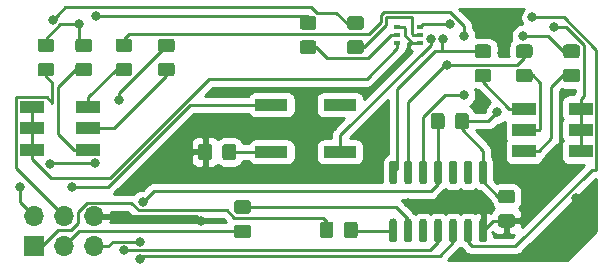
<source format=gbr>
G04 #@! TF.GenerationSoftware,KiCad,Pcbnew,(5.1.5)-3*
G04 #@! TF.CreationDate,2020-04-26T14:17:37-06:00*
G04 #@! TF.ProjectId,Dog Collar Light R1,446f6720-436f-46c6-9c61-72204c696768,rev?*
G04 #@! TF.SameCoordinates,Original*
G04 #@! TF.FileFunction,Copper,L1,Top*
G04 #@! TF.FilePolarity,Positive*
%FSLAX46Y46*%
G04 Gerber Fmt 4.6, Leading zero omitted, Abs format (unit mm)*
G04 Created by KiCad (PCBNEW (5.1.5)-3) date 2020-04-26 14:17:37*
%MOMM*%
%LPD*%
G04 APERTURE LIST*
%ADD10C,0.100000*%
%ADD11R,2.000000X1.100000*%
%ADD12R,0.600000X0.420000*%
%ADD13O,1.700000X1.700000*%
%ADD14R,1.700000X1.700000*%
%ADD15R,2.800000X1.000000*%
%ADD16C,0.800000*%
%ADD17C,0.250000*%
%ADD18C,0.254000*%
G04 APERTURE END LIST*
G04 #@! TA.AperFunction,SMDPad,CuDef*
D10*
G36*
X196174703Y-121700722D02*
G01*
X196189264Y-121702882D01*
X196203543Y-121706459D01*
X196217403Y-121711418D01*
X196230710Y-121717712D01*
X196243336Y-121725280D01*
X196255159Y-121734048D01*
X196266066Y-121743934D01*
X196275952Y-121754841D01*
X196284720Y-121766664D01*
X196292288Y-121779290D01*
X196298582Y-121792597D01*
X196303541Y-121806457D01*
X196307118Y-121820736D01*
X196309278Y-121835297D01*
X196310000Y-121850000D01*
X196310000Y-123500000D01*
X196309278Y-123514703D01*
X196307118Y-123529264D01*
X196303541Y-123543543D01*
X196298582Y-123557403D01*
X196292288Y-123570710D01*
X196284720Y-123583336D01*
X196275952Y-123595159D01*
X196266066Y-123606066D01*
X196255159Y-123615952D01*
X196243336Y-123624720D01*
X196230710Y-123632288D01*
X196217403Y-123638582D01*
X196203543Y-123643541D01*
X196189264Y-123647118D01*
X196174703Y-123649278D01*
X196160000Y-123650000D01*
X195860000Y-123650000D01*
X195845297Y-123649278D01*
X195830736Y-123647118D01*
X195816457Y-123643541D01*
X195802597Y-123638582D01*
X195789290Y-123632288D01*
X195776664Y-123624720D01*
X195764841Y-123615952D01*
X195753934Y-123606066D01*
X195744048Y-123595159D01*
X195735280Y-123583336D01*
X195727712Y-123570710D01*
X195721418Y-123557403D01*
X195716459Y-123543543D01*
X195712882Y-123529264D01*
X195710722Y-123514703D01*
X195710000Y-123500000D01*
X195710000Y-121850000D01*
X195710722Y-121835297D01*
X195712882Y-121820736D01*
X195716459Y-121806457D01*
X195721418Y-121792597D01*
X195727712Y-121779290D01*
X195735280Y-121766664D01*
X195744048Y-121754841D01*
X195753934Y-121743934D01*
X195764841Y-121734048D01*
X195776664Y-121725280D01*
X195789290Y-121717712D01*
X195802597Y-121711418D01*
X195816457Y-121706459D01*
X195830736Y-121702882D01*
X195845297Y-121700722D01*
X195860000Y-121700000D01*
X196160000Y-121700000D01*
X196174703Y-121700722D01*
G37*
G04 #@! TD.AperFunction*
G04 #@! TA.AperFunction,SMDPad,CuDef*
G36*
X194904703Y-121700722D02*
G01*
X194919264Y-121702882D01*
X194933543Y-121706459D01*
X194947403Y-121711418D01*
X194960710Y-121717712D01*
X194973336Y-121725280D01*
X194985159Y-121734048D01*
X194996066Y-121743934D01*
X195005952Y-121754841D01*
X195014720Y-121766664D01*
X195022288Y-121779290D01*
X195028582Y-121792597D01*
X195033541Y-121806457D01*
X195037118Y-121820736D01*
X195039278Y-121835297D01*
X195040000Y-121850000D01*
X195040000Y-123500000D01*
X195039278Y-123514703D01*
X195037118Y-123529264D01*
X195033541Y-123543543D01*
X195028582Y-123557403D01*
X195022288Y-123570710D01*
X195014720Y-123583336D01*
X195005952Y-123595159D01*
X194996066Y-123606066D01*
X194985159Y-123615952D01*
X194973336Y-123624720D01*
X194960710Y-123632288D01*
X194947403Y-123638582D01*
X194933543Y-123643541D01*
X194919264Y-123647118D01*
X194904703Y-123649278D01*
X194890000Y-123650000D01*
X194590000Y-123650000D01*
X194575297Y-123649278D01*
X194560736Y-123647118D01*
X194546457Y-123643541D01*
X194532597Y-123638582D01*
X194519290Y-123632288D01*
X194506664Y-123624720D01*
X194494841Y-123615952D01*
X194483934Y-123606066D01*
X194474048Y-123595159D01*
X194465280Y-123583336D01*
X194457712Y-123570710D01*
X194451418Y-123557403D01*
X194446459Y-123543543D01*
X194442882Y-123529264D01*
X194440722Y-123514703D01*
X194440000Y-123500000D01*
X194440000Y-121850000D01*
X194440722Y-121835297D01*
X194442882Y-121820736D01*
X194446459Y-121806457D01*
X194451418Y-121792597D01*
X194457712Y-121779290D01*
X194465280Y-121766664D01*
X194474048Y-121754841D01*
X194483934Y-121743934D01*
X194494841Y-121734048D01*
X194506664Y-121725280D01*
X194519290Y-121717712D01*
X194532597Y-121711418D01*
X194546457Y-121706459D01*
X194560736Y-121702882D01*
X194575297Y-121700722D01*
X194590000Y-121700000D01*
X194890000Y-121700000D01*
X194904703Y-121700722D01*
G37*
G04 #@! TD.AperFunction*
G04 #@! TA.AperFunction,SMDPad,CuDef*
G36*
X193634703Y-121700722D02*
G01*
X193649264Y-121702882D01*
X193663543Y-121706459D01*
X193677403Y-121711418D01*
X193690710Y-121717712D01*
X193703336Y-121725280D01*
X193715159Y-121734048D01*
X193726066Y-121743934D01*
X193735952Y-121754841D01*
X193744720Y-121766664D01*
X193752288Y-121779290D01*
X193758582Y-121792597D01*
X193763541Y-121806457D01*
X193767118Y-121820736D01*
X193769278Y-121835297D01*
X193770000Y-121850000D01*
X193770000Y-123500000D01*
X193769278Y-123514703D01*
X193767118Y-123529264D01*
X193763541Y-123543543D01*
X193758582Y-123557403D01*
X193752288Y-123570710D01*
X193744720Y-123583336D01*
X193735952Y-123595159D01*
X193726066Y-123606066D01*
X193715159Y-123615952D01*
X193703336Y-123624720D01*
X193690710Y-123632288D01*
X193677403Y-123638582D01*
X193663543Y-123643541D01*
X193649264Y-123647118D01*
X193634703Y-123649278D01*
X193620000Y-123650000D01*
X193320000Y-123650000D01*
X193305297Y-123649278D01*
X193290736Y-123647118D01*
X193276457Y-123643541D01*
X193262597Y-123638582D01*
X193249290Y-123632288D01*
X193236664Y-123624720D01*
X193224841Y-123615952D01*
X193213934Y-123606066D01*
X193204048Y-123595159D01*
X193195280Y-123583336D01*
X193187712Y-123570710D01*
X193181418Y-123557403D01*
X193176459Y-123543543D01*
X193172882Y-123529264D01*
X193170722Y-123514703D01*
X193170000Y-123500000D01*
X193170000Y-121850000D01*
X193170722Y-121835297D01*
X193172882Y-121820736D01*
X193176459Y-121806457D01*
X193181418Y-121792597D01*
X193187712Y-121779290D01*
X193195280Y-121766664D01*
X193204048Y-121754841D01*
X193213934Y-121743934D01*
X193224841Y-121734048D01*
X193236664Y-121725280D01*
X193249290Y-121717712D01*
X193262597Y-121711418D01*
X193276457Y-121706459D01*
X193290736Y-121702882D01*
X193305297Y-121700722D01*
X193320000Y-121700000D01*
X193620000Y-121700000D01*
X193634703Y-121700722D01*
G37*
G04 #@! TD.AperFunction*
G04 #@! TA.AperFunction,SMDPad,CuDef*
G36*
X192364703Y-121700722D02*
G01*
X192379264Y-121702882D01*
X192393543Y-121706459D01*
X192407403Y-121711418D01*
X192420710Y-121717712D01*
X192433336Y-121725280D01*
X192445159Y-121734048D01*
X192456066Y-121743934D01*
X192465952Y-121754841D01*
X192474720Y-121766664D01*
X192482288Y-121779290D01*
X192488582Y-121792597D01*
X192493541Y-121806457D01*
X192497118Y-121820736D01*
X192499278Y-121835297D01*
X192500000Y-121850000D01*
X192500000Y-123500000D01*
X192499278Y-123514703D01*
X192497118Y-123529264D01*
X192493541Y-123543543D01*
X192488582Y-123557403D01*
X192482288Y-123570710D01*
X192474720Y-123583336D01*
X192465952Y-123595159D01*
X192456066Y-123606066D01*
X192445159Y-123615952D01*
X192433336Y-123624720D01*
X192420710Y-123632288D01*
X192407403Y-123638582D01*
X192393543Y-123643541D01*
X192379264Y-123647118D01*
X192364703Y-123649278D01*
X192350000Y-123650000D01*
X192050000Y-123650000D01*
X192035297Y-123649278D01*
X192020736Y-123647118D01*
X192006457Y-123643541D01*
X191992597Y-123638582D01*
X191979290Y-123632288D01*
X191966664Y-123624720D01*
X191954841Y-123615952D01*
X191943934Y-123606066D01*
X191934048Y-123595159D01*
X191925280Y-123583336D01*
X191917712Y-123570710D01*
X191911418Y-123557403D01*
X191906459Y-123543543D01*
X191902882Y-123529264D01*
X191900722Y-123514703D01*
X191900000Y-123500000D01*
X191900000Y-121850000D01*
X191900722Y-121835297D01*
X191902882Y-121820736D01*
X191906459Y-121806457D01*
X191911418Y-121792597D01*
X191917712Y-121779290D01*
X191925280Y-121766664D01*
X191934048Y-121754841D01*
X191943934Y-121743934D01*
X191954841Y-121734048D01*
X191966664Y-121725280D01*
X191979290Y-121717712D01*
X191992597Y-121711418D01*
X192006457Y-121706459D01*
X192020736Y-121702882D01*
X192035297Y-121700722D01*
X192050000Y-121700000D01*
X192350000Y-121700000D01*
X192364703Y-121700722D01*
G37*
G04 #@! TD.AperFunction*
G04 #@! TA.AperFunction,SMDPad,CuDef*
G36*
X191094703Y-121700722D02*
G01*
X191109264Y-121702882D01*
X191123543Y-121706459D01*
X191137403Y-121711418D01*
X191150710Y-121717712D01*
X191163336Y-121725280D01*
X191175159Y-121734048D01*
X191186066Y-121743934D01*
X191195952Y-121754841D01*
X191204720Y-121766664D01*
X191212288Y-121779290D01*
X191218582Y-121792597D01*
X191223541Y-121806457D01*
X191227118Y-121820736D01*
X191229278Y-121835297D01*
X191230000Y-121850000D01*
X191230000Y-123500000D01*
X191229278Y-123514703D01*
X191227118Y-123529264D01*
X191223541Y-123543543D01*
X191218582Y-123557403D01*
X191212288Y-123570710D01*
X191204720Y-123583336D01*
X191195952Y-123595159D01*
X191186066Y-123606066D01*
X191175159Y-123615952D01*
X191163336Y-123624720D01*
X191150710Y-123632288D01*
X191137403Y-123638582D01*
X191123543Y-123643541D01*
X191109264Y-123647118D01*
X191094703Y-123649278D01*
X191080000Y-123650000D01*
X190780000Y-123650000D01*
X190765297Y-123649278D01*
X190750736Y-123647118D01*
X190736457Y-123643541D01*
X190722597Y-123638582D01*
X190709290Y-123632288D01*
X190696664Y-123624720D01*
X190684841Y-123615952D01*
X190673934Y-123606066D01*
X190664048Y-123595159D01*
X190655280Y-123583336D01*
X190647712Y-123570710D01*
X190641418Y-123557403D01*
X190636459Y-123543543D01*
X190632882Y-123529264D01*
X190630722Y-123514703D01*
X190630000Y-123500000D01*
X190630000Y-121850000D01*
X190630722Y-121835297D01*
X190632882Y-121820736D01*
X190636459Y-121806457D01*
X190641418Y-121792597D01*
X190647712Y-121779290D01*
X190655280Y-121766664D01*
X190664048Y-121754841D01*
X190673934Y-121743934D01*
X190684841Y-121734048D01*
X190696664Y-121725280D01*
X190709290Y-121717712D01*
X190722597Y-121711418D01*
X190736457Y-121706459D01*
X190750736Y-121702882D01*
X190765297Y-121700722D01*
X190780000Y-121700000D01*
X191080000Y-121700000D01*
X191094703Y-121700722D01*
G37*
G04 #@! TD.AperFunction*
G04 #@! TA.AperFunction,SMDPad,CuDef*
G36*
X189824703Y-121700722D02*
G01*
X189839264Y-121702882D01*
X189853543Y-121706459D01*
X189867403Y-121711418D01*
X189880710Y-121717712D01*
X189893336Y-121725280D01*
X189905159Y-121734048D01*
X189916066Y-121743934D01*
X189925952Y-121754841D01*
X189934720Y-121766664D01*
X189942288Y-121779290D01*
X189948582Y-121792597D01*
X189953541Y-121806457D01*
X189957118Y-121820736D01*
X189959278Y-121835297D01*
X189960000Y-121850000D01*
X189960000Y-123500000D01*
X189959278Y-123514703D01*
X189957118Y-123529264D01*
X189953541Y-123543543D01*
X189948582Y-123557403D01*
X189942288Y-123570710D01*
X189934720Y-123583336D01*
X189925952Y-123595159D01*
X189916066Y-123606066D01*
X189905159Y-123615952D01*
X189893336Y-123624720D01*
X189880710Y-123632288D01*
X189867403Y-123638582D01*
X189853543Y-123643541D01*
X189839264Y-123647118D01*
X189824703Y-123649278D01*
X189810000Y-123650000D01*
X189510000Y-123650000D01*
X189495297Y-123649278D01*
X189480736Y-123647118D01*
X189466457Y-123643541D01*
X189452597Y-123638582D01*
X189439290Y-123632288D01*
X189426664Y-123624720D01*
X189414841Y-123615952D01*
X189403934Y-123606066D01*
X189394048Y-123595159D01*
X189385280Y-123583336D01*
X189377712Y-123570710D01*
X189371418Y-123557403D01*
X189366459Y-123543543D01*
X189362882Y-123529264D01*
X189360722Y-123514703D01*
X189360000Y-123500000D01*
X189360000Y-121850000D01*
X189360722Y-121835297D01*
X189362882Y-121820736D01*
X189366459Y-121806457D01*
X189371418Y-121792597D01*
X189377712Y-121779290D01*
X189385280Y-121766664D01*
X189394048Y-121754841D01*
X189403934Y-121743934D01*
X189414841Y-121734048D01*
X189426664Y-121725280D01*
X189439290Y-121717712D01*
X189452597Y-121711418D01*
X189466457Y-121706459D01*
X189480736Y-121702882D01*
X189495297Y-121700722D01*
X189510000Y-121700000D01*
X189810000Y-121700000D01*
X189824703Y-121700722D01*
G37*
G04 #@! TD.AperFunction*
G04 #@! TA.AperFunction,SMDPad,CuDef*
G36*
X188554703Y-121700722D02*
G01*
X188569264Y-121702882D01*
X188583543Y-121706459D01*
X188597403Y-121711418D01*
X188610710Y-121717712D01*
X188623336Y-121725280D01*
X188635159Y-121734048D01*
X188646066Y-121743934D01*
X188655952Y-121754841D01*
X188664720Y-121766664D01*
X188672288Y-121779290D01*
X188678582Y-121792597D01*
X188683541Y-121806457D01*
X188687118Y-121820736D01*
X188689278Y-121835297D01*
X188690000Y-121850000D01*
X188690000Y-123500000D01*
X188689278Y-123514703D01*
X188687118Y-123529264D01*
X188683541Y-123543543D01*
X188678582Y-123557403D01*
X188672288Y-123570710D01*
X188664720Y-123583336D01*
X188655952Y-123595159D01*
X188646066Y-123606066D01*
X188635159Y-123615952D01*
X188623336Y-123624720D01*
X188610710Y-123632288D01*
X188597403Y-123638582D01*
X188583543Y-123643541D01*
X188569264Y-123647118D01*
X188554703Y-123649278D01*
X188540000Y-123650000D01*
X188240000Y-123650000D01*
X188225297Y-123649278D01*
X188210736Y-123647118D01*
X188196457Y-123643541D01*
X188182597Y-123638582D01*
X188169290Y-123632288D01*
X188156664Y-123624720D01*
X188144841Y-123615952D01*
X188133934Y-123606066D01*
X188124048Y-123595159D01*
X188115280Y-123583336D01*
X188107712Y-123570710D01*
X188101418Y-123557403D01*
X188096459Y-123543543D01*
X188092882Y-123529264D01*
X188090722Y-123514703D01*
X188090000Y-123500000D01*
X188090000Y-121850000D01*
X188090722Y-121835297D01*
X188092882Y-121820736D01*
X188096459Y-121806457D01*
X188101418Y-121792597D01*
X188107712Y-121779290D01*
X188115280Y-121766664D01*
X188124048Y-121754841D01*
X188133934Y-121743934D01*
X188144841Y-121734048D01*
X188156664Y-121725280D01*
X188169290Y-121717712D01*
X188182597Y-121711418D01*
X188196457Y-121706459D01*
X188210736Y-121702882D01*
X188225297Y-121700722D01*
X188240000Y-121700000D01*
X188540000Y-121700000D01*
X188554703Y-121700722D01*
G37*
G04 #@! TD.AperFunction*
G04 #@! TA.AperFunction,SMDPad,CuDef*
G36*
X188554703Y-116750722D02*
G01*
X188569264Y-116752882D01*
X188583543Y-116756459D01*
X188597403Y-116761418D01*
X188610710Y-116767712D01*
X188623336Y-116775280D01*
X188635159Y-116784048D01*
X188646066Y-116793934D01*
X188655952Y-116804841D01*
X188664720Y-116816664D01*
X188672288Y-116829290D01*
X188678582Y-116842597D01*
X188683541Y-116856457D01*
X188687118Y-116870736D01*
X188689278Y-116885297D01*
X188690000Y-116900000D01*
X188690000Y-118550000D01*
X188689278Y-118564703D01*
X188687118Y-118579264D01*
X188683541Y-118593543D01*
X188678582Y-118607403D01*
X188672288Y-118620710D01*
X188664720Y-118633336D01*
X188655952Y-118645159D01*
X188646066Y-118656066D01*
X188635159Y-118665952D01*
X188623336Y-118674720D01*
X188610710Y-118682288D01*
X188597403Y-118688582D01*
X188583543Y-118693541D01*
X188569264Y-118697118D01*
X188554703Y-118699278D01*
X188540000Y-118700000D01*
X188240000Y-118700000D01*
X188225297Y-118699278D01*
X188210736Y-118697118D01*
X188196457Y-118693541D01*
X188182597Y-118688582D01*
X188169290Y-118682288D01*
X188156664Y-118674720D01*
X188144841Y-118665952D01*
X188133934Y-118656066D01*
X188124048Y-118645159D01*
X188115280Y-118633336D01*
X188107712Y-118620710D01*
X188101418Y-118607403D01*
X188096459Y-118593543D01*
X188092882Y-118579264D01*
X188090722Y-118564703D01*
X188090000Y-118550000D01*
X188090000Y-116900000D01*
X188090722Y-116885297D01*
X188092882Y-116870736D01*
X188096459Y-116856457D01*
X188101418Y-116842597D01*
X188107712Y-116829290D01*
X188115280Y-116816664D01*
X188124048Y-116804841D01*
X188133934Y-116793934D01*
X188144841Y-116784048D01*
X188156664Y-116775280D01*
X188169290Y-116767712D01*
X188182597Y-116761418D01*
X188196457Y-116756459D01*
X188210736Y-116752882D01*
X188225297Y-116750722D01*
X188240000Y-116750000D01*
X188540000Y-116750000D01*
X188554703Y-116750722D01*
G37*
G04 #@! TD.AperFunction*
G04 #@! TA.AperFunction,SMDPad,CuDef*
G36*
X189824703Y-116750722D02*
G01*
X189839264Y-116752882D01*
X189853543Y-116756459D01*
X189867403Y-116761418D01*
X189880710Y-116767712D01*
X189893336Y-116775280D01*
X189905159Y-116784048D01*
X189916066Y-116793934D01*
X189925952Y-116804841D01*
X189934720Y-116816664D01*
X189942288Y-116829290D01*
X189948582Y-116842597D01*
X189953541Y-116856457D01*
X189957118Y-116870736D01*
X189959278Y-116885297D01*
X189960000Y-116900000D01*
X189960000Y-118550000D01*
X189959278Y-118564703D01*
X189957118Y-118579264D01*
X189953541Y-118593543D01*
X189948582Y-118607403D01*
X189942288Y-118620710D01*
X189934720Y-118633336D01*
X189925952Y-118645159D01*
X189916066Y-118656066D01*
X189905159Y-118665952D01*
X189893336Y-118674720D01*
X189880710Y-118682288D01*
X189867403Y-118688582D01*
X189853543Y-118693541D01*
X189839264Y-118697118D01*
X189824703Y-118699278D01*
X189810000Y-118700000D01*
X189510000Y-118700000D01*
X189495297Y-118699278D01*
X189480736Y-118697118D01*
X189466457Y-118693541D01*
X189452597Y-118688582D01*
X189439290Y-118682288D01*
X189426664Y-118674720D01*
X189414841Y-118665952D01*
X189403934Y-118656066D01*
X189394048Y-118645159D01*
X189385280Y-118633336D01*
X189377712Y-118620710D01*
X189371418Y-118607403D01*
X189366459Y-118593543D01*
X189362882Y-118579264D01*
X189360722Y-118564703D01*
X189360000Y-118550000D01*
X189360000Y-116900000D01*
X189360722Y-116885297D01*
X189362882Y-116870736D01*
X189366459Y-116856457D01*
X189371418Y-116842597D01*
X189377712Y-116829290D01*
X189385280Y-116816664D01*
X189394048Y-116804841D01*
X189403934Y-116793934D01*
X189414841Y-116784048D01*
X189426664Y-116775280D01*
X189439290Y-116767712D01*
X189452597Y-116761418D01*
X189466457Y-116756459D01*
X189480736Y-116752882D01*
X189495297Y-116750722D01*
X189510000Y-116750000D01*
X189810000Y-116750000D01*
X189824703Y-116750722D01*
G37*
G04 #@! TD.AperFunction*
G04 #@! TA.AperFunction,SMDPad,CuDef*
G36*
X191094703Y-116750722D02*
G01*
X191109264Y-116752882D01*
X191123543Y-116756459D01*
X191137403Y-116761418D01*
X191150710Y-116767712D01*
X191163336Y-116775280D01*
X191175159Y-116784048D01*
X191186066Y-116793934D01*
X191195952Y-116804841D01*
X191204720Y-116816664D01*
X191212288Y-116829290D01*
X191218582Y-116842597D01*
X191223541Y-116856457D01*
X191227118Y-116870736D01*
X191229278Y-116885297D01*
X191230000Y-116900000D01*
X191230000Y-118550000D01*
X191229278Y-118564703D01*
X191227118Y-118579264D01*
X191223541Y-118593543D01*
X191218582Y-118607403D01*
X191212288Y-118620710D01*
X191204720Y-118633336D01*
X191195952Y-118645159D01*
X191186066Y-118656066D01*
X191175159Y-118665952D01*
X191163336Y-118674720D01*
X191150710Y-118682288D01*
X191137403Y-118688582D01*
X191123543Y-118693541D01*
X191109264Y-118697118D01*
X191094703Y-118699278D01*
X191080000Y-118700000D01*
X190780000Y-118700000D01*
X190765297Y-118699278D01*
X190750736Y-118697118D01*
X190736457Y-118693541D01*
X190722597Y-118688582D01*
X190709290Y-118682288D01*
X190696664Y-118674720D01*
X190684841Y-118665952D01*
X190673934Y-118656066D01*
X190664048Y-118645159D01*
X190655280Y-118633336D01*
X190647712Y-118620710D01*
X190641418Y-118607403D01*
X190636459Y-118593543D01*
X190632882Y-118579264D01*
X190630722Y-118564703D01*
X190630000Y-118550000D01*
X190630000Y-116900000D01*
X190630722Y-116885297D01*
X190632882Y-116870736D01*
X190636459Y-116856457D01*
X190641418Y-116842597D01*
X190647712Y-116829290D01*
X190655280Y-116816664D01*
X190664048Y-116804841D01*
X190673934Y-116793934D01*
X190684841Y-116784048D01*
X190696664Y-116775280D01*
X190709290Y-116767712D01*
X190722597Y-116761418D01*
X190736457Y-116756459D01*
X190750736Y-116752882D01*
X190765297Y-116750722D01*
X190780000Y-116750000D01*
X191080000Y-116750000D01*
X191094703Y-116750722D01*
G37*
G04 #@! TD.AperFunction*
G04 #@! TA.AperFunction,SMDPad,CuDef*
G36*
X192364703Y-116750722D02*
G01*
X192379264Y-116752882D01*
X192393543Y-116756459D01*
X192407403Y-116761418D01*
X192420710Y-116767712D01*
X192433336Y-116775280D01*
X192445159Y-116784048D01*
X192456066Y-116793934D01*
X192465952Y-116804841D01*
X192474720Y-116816664D01*
X192482288Y-116829290D01*
X192488582Y-116842597D01*
X192493541Y-116856457D01*
X192497118Y-116870736D01*
X192499278Y-116885297D01*
X192500000Y-116900000D01*
X192500000Y-118550000D01*
X192499278Y-118564703D01*
X192497118Y-118579264D01*
X192493541Y-118593543D01*
X192488582Y-118607403D01*
X192482288Y-118620710D01*
X192474720Y-118633336D01*
X192465952Y-118645159D01*
X192456066Y-118656066D01*
X192445159Y-118665952D01*
X192433336Y-118674720D01*
X192420710Y-118682288D01*
X192407403Y-118688582D01*
X192393543Y-118693541D01*
X192379264Y-118697118D01*
X192364703Y-118699278D01*
X192350000Y-118700000D01*
X192050000Y-118700000D01*
X192035297Y-118699278D01*
X192020736Y-118697118D01*
X192006457Y-118693541D01*
X191992597Y-118688582D01*
X191979290Y-118682288D01*
X191966664Y-118674720D01*
X191954841Y-118665952D01*
X191943934Y-118656066D01*
X191934048Y-118645159D01*
X191925280Y-118633336D01*
X191917712Y-118620710D01*
X191911418Y-118607403D01*
X191906459Y-118593543D01*
X191902882Y-118579264D01*
X191900722Y-118564703D01*
X191900000Y-118550000D01*
X191900000Y-116900000D01*
X191900722Y-116885297D01*
X191902882Y-116870736D01*
X191906459Y-116856457D01*
X191911418Y-116842597D01*
X191917712Y-116829290D01*
X191925280Y-116816664D01*
X191934048Y-116804841D01*
X191943934Y-116793934D01*
X191954841Y-116784048D01*
X191966664Y-116775280D01*
X191979290Y-116767712D01*
X191992597Y-116761418D01*
X192006457Y-116756459D01*
X192020736Y-116752882D01*
X192035297Y-116750722D01*
X192050000Y-116750000D01*
X192350000Y-116750000D01*
X192364703Y-116750722D01*
G37*
G04 #@! TD.AperFunction*
G04 #@! TA.AperFunction,SMDPad,CuDef*
G36*
X193634703Y-116750722D02*
G01*
X193649264Y-116752882D01*
X193663543Y-116756459D01*
X193677403Y-116761418D01*
X193690710Y-116767712D01*
X193703336Y-116775280D01*
X193715159Y-116784048D01*
X193726066Y-116793934D01*
X193735952Y-116804841D01*
X193744720Y-116816664D01*
X193752288Y-116829290D01*
X193758582Y-116842597D01*
X193763541Y-116856457D01*
X193767118Y-116870736D01*
X193769278Y-116885297D01*
X193770000Y-116900000D01*
X193770000Y-118550000D01*
X193769278Y-118564703D01*
X193767118Y-118579264D01*
X193763541Y-118593543D01*
X193758582Y-118607403D01*
X193752288Y-118620710D01*
X193744720Y-118633336D01*
X193735952Y-118645159D01*
X193726066Y-118656066D01*
X193715159Y-118665952D01*
X193703336Y-118674720D01*
X193690710Y-118682288D01*
X193677403Y-118688582D01*
X193663543Y-118693541D01*
X193649264Y-118697118D01*
X193634703Y-118699278D01*
X193620000Y-118700000D01*
X193320000Y-118700000D01*
X193305297Y-118699278D01*
X193290736Y-118697118D01*
X193276457Y-118693541D01*
X193262597Y-118688582D01*
X193249290Y-118682288D01*
X193236664Y-118674720D01*
X193224841Y-118665952D01*
X193213934Y-118656066D01*
X193204048Y-118645159D01*
X193195280Y-118633336D01*
X193187712Y-118620710D01*
X193181418Y-118607403D01*
X193176459Y-118593543D01*
X193172882Y-118579264D01*
X193170722Y-118564703D01*
X193170000Y-118550000D01*
X193170000Y-116900000D01*
X193170722Y-116885297D01*
X193172882Y-116870736D01*
X193176459Y-116856457D01*
X193181418Y-116842597D01*
X193187712Y-116829290D01*
X193195280Y-116816664D01*
X193204048Y-116804841D01*
X193213934Y-116793934D01*
X193224841Y-116784048D01*
X193236664Y-116775280D01*
X193249290Y-116767712D01*
X193262597Y-116761418D01*
X193276457Y-116756459D01*
X193290736Y-116752882D01*
X193305297Y-116750722D01*
X193320000Y-116750000D01*
X193620000Y-116750000D01*
X193634703Y-116750722D01*
G37*
G04 #@! TD.AperFunction*
G04 #@! TA.AperFunction,SMDPad,CuDef*
G36*
X194904703Y-116750722D02*
G01*
X194919264Y-116752882D01*
X194933543Y-116756459D01*
X194947403Y-116761418D01*
X194960710Y-116767712D01*
X194973336Y-116775280D01*
X194985159Y-116784048D01*
X194996066Y-116793934D01*
X195005952Y-116804841D01*
X195014720Y-116816664D01*
X195022288Y-116829290D01*
X195028582Y-116842597D01*
X195033541Y-116856457D01*
X195037118Y-116870736D01*
X195039278Y-116885297D01*
X195040000Y-116900000D01*
X195040000Y-118550000D01*
X195039278Y-118564703D01*
X195037118Y-118579264D01*
X195033541Y-118593543D01*
X195028582Y-118607403D01*
X195022288Y-118620710D01*
X195014720Y-118633336D01*
X195005952Y-118645159D01*
X194996066Y-118656066D01*
X194985159Y-118665952D01*
X194973336Y-118674720D01*
X194960710Y-118682288D01*
X194947403Y-118688582D01*
X194933543Y-118693541D01*
X194919264Y-118697118D01*
X194904703Y-118699278D01*
X194890000Y-118700000D01*
X194590000Y-118700000D01*
X194575297Y-118699278D01*
X194560736Y-118697118D01*
X194546457Y-118693541D01*
X194532597Y-118688582D01*
X194519290Y-118682288D01*
X194506664Y-118674720D01*
X194494841Y-118665952D01*
X194483934Y-118656066D01*
X194474048Y-118645159D01*
X194465280Y-118633336D01*
X194457712Y-118620710D01*
X194451418Y-118607403D01*
X194446459Y-118593543D01*
X194442882Y-118579264D01*
X194440722Y-118564703D01*
X194440000Y-118550000D01*
X194440000Y-116900000D01*
X194440722Y-116885297D01*
X194442882Y-116870736D01*
X194446459Y-116856457D01*
X194451418Y-116842597D01*
X194457712Y-116829290D01*
X194465280Y-116816664D01*
X194474048Y-116804841D01*
X194483934Y-116793934D01*
X194494841Y-116784048D01*
X194506664Y-116775280D01*
X194519290Y-116767712D01*
X194532597Y-116761418D01*
X194546457Y-116756459D01*
X194560736Y-116752882D01*
X194575297Y-116750722D01*
X194590000Y-116750000D01*
X194890000Y-116750000D01*
X194904703Y-116750722D01*
G37*
G04 #@! TD.AperFunction*
G04 #@! TA.AperFunction,SMDPad,CuDef*
G36*
X196174703Y-116750722D02*
G01*
X196189264Y-116752882D01*
X196203543Y-116756459D01*
X196217403Y-116761418D01*
X196230710Y-116767712D01*
X196243336Y-116775280D01*
X196255159Y-116784048D01*
X196266066Y-116793934D01*
X196275952Y-116804841D01*
X196284720Y-116816664D01*
X196292288Y-116829290D01*
X196298582Y-116842597D01*
X196303541Y-116856457D01*
X196307118Y-116870736D01*
X196309278Y-116885297D01*
X196310000Y-116900000D01*
X196310000Y-118550000D01*
X196309278Y-118564703D01*
X196307118Y-118579264D01*
X196303541Y-118593543D01*
X196298582Y-118607403D01*
X196292288Y-118620710D01*
X196284720Y-118633336D01*
X196275952Y-118645159D01*
X196266066Y-118656066D01*
X196255159Y-118665952D01*
X196243336Y-118674720D01*
X196230710Y-118682288D01*
X196217403Y-118688582D01*
X196203543Y-118693541D01*
X196189264Y-118697118D01*
X196174703Y-118699278D01*
X196160000Y-118700000D01*
X195860000Y-118700000D01*
X195845297Y-118699278D01*
X195830736Y-118697118D01*
X195816457Y-118693541D01*
X195802597Y-118688582D01*
X195789290Y-118682288D01*
X195776664Y-118674720D01*
X195764841Y-118665952D01*
X195753934Y-118656066D01*
X195744048Y-118645159D01*
X195735280Y-118633336D01*
X195727712Y-118620710D01*
X195721418Y-118607403D01*
X195716459Y-118593543D01*
X195712882Y-118579264D01*
X195710722Y-118564703D01*
X195710000Y-118550000D01*
X195710000Y-116900000D01*
X195710722Y-116885297D01*
X195712882Y-116870736D01*
X195716459Y-116856457D01*
X195721418Y-116842597D01*
X195727712Y-116829290D01*
X195735280Y-116816664D01*
X195744048Y-116804841D01*
X195753934Y-116793934D01*
X195764841Y-116784048D01*
X195776664Y-116775280D01*
X195789290Y-116767712D01*
X195802597Y-116761418D01*
X195816457Y-116756459D01*
X195830736Y-116752882D01*
X195845297Y-116750722D01*
X195860000Y-116750000D01*
X196160000Y-116750000D01*
X196174703Y-116750722D01*
G37*
G04 #@! TD.AperFunction*
G04 #@! TA.AperFunction,SMDPad,CuDef*
G36*
X198474505Y-119201204D02*
G01*
X198498773Y-119204804D01*
X198522572Y-119210765D01*
X198545671Y-119219030D01*
X198567850Y-119229520D01*
X198588893Y-119242132D01*
X198608599Y-119256747D01*
X198626777Y-119273223D01*
X198643253Y-119291401D01*
X198657868Y-119311107D01*
X198670480Y-119332150D01*
X198680970Y-119354329D01*
X198689235Y-119377428D01*
X198695196Y-119401227D01*
X198698796Y-119425495D01*
X198700000Y-119449999D01*
X198700000Y-120100001D01*
X198698796Y-120124505D01*
X198695196Y-120148773D01*
X198689235Y-120172572D01*
X198680970Y-120195671D01*
X198670480Y-120217850D01*
X198657868Y-120238893D01*
X198643253Y-120258599D01*
X198626777Y-120276777D01*
X198608599Y-120293253D01*
X198588893Y-120307868D01*
X198567850Y-120320480D01*
X198545671Y-120330970D01*
X198522572Y-120339235D01*
X198498773Y-120345196D01*
X198474505Y-120348796D01*
X198450001Y-120350000D01*
X197549999Y-120350000D01*
X197525495Y-120348796D01*
X197501227Y-120345196D01*
X197477428Y-120339235D01*
X197454329Y-120330970D01*
X197432150Y-120320480D01*
X197411107Y-120307868D01*
X197391401Y-120293253D01*
X197373223Y-120276777D01*
X197356747Y-120258599D01*
X197342132Y-120238893D01*
X197329520Y-120217850D01*
X197319030Y-120195671D01*
X197310765Y-120172572D01*
X197304804Y-120148773D01*
X197301204Y-120124505D01*
X197300000Y-120100001D01*
X197300000Y-119449999D01*
X197301204Y-119425495D01*
X197304804Y-119401227D01*
X197310765Y-119377428D01*
X197319030Y-119354329D01*
X197329520Y-119332150D01*
X197342132Y-119311107D01*
X197356747Y-119291401D01*
X197373223Y-119273223D01*
X197391401Y-119256747D01*
X197411107Y-119242132D01*
X197432150Y-119229520D01*
X197454329Y-119219030D01*
X197477428Y-119210765D01*
X197501227Y-119204804D01*
X197525495Y-119201204D01*
X197549999Y-119200000D01*
X198450001Y-119200000D01*
X198474505Y-119201204D01*
G37*
G04 #@! TD.AperFunction*
G04 #@! TA.AperFunction,SMDPad,CuDef*
G36*
X198474505Y-121251204D02*
G01*
X198498773Y-121254804D01*
X198522572Y-121260765D01*
X198545671Y-121269030D01*
X198567850Y-121279520D01*
X198588893Y-121292132D01*
X198608599Y-121306747D01*
X198626777Y-121323223D01*
X198643253Y-121341401D01*
X198657868Y-121361107D01*
X198670480Y-121382150D01*
X198680970Y-121404329D01*
X198689235Y-121427428D01*
X198695196Y-121451227D01*
X198698796Y-121475495D01*
X198700000Y-121499999D01*
X198700000Y-122150001D01*
X198698796Y-122174505D01*
X198695196Y-122198773D01*
X198689235Y-122222572D01*
X198680970Y-122245671D01*
X198670480Y-122267850D01*
X198657868Y-122288893D01*
X198643253Y-122308599D01*
X198626777Y-122326777D01*
X198608599Y-122343253D01*
X198588893Y-122357868D01*
X198567850Y-122370480D01*
X198545671Y-122380970D01*
X198522572Y-122389235D01*
X198498773Y-122395196D01*
X198474505Y-122398796D01*
X198450001Y-122400000D01*
X197549999Y-122400000D01*
X197525495Y-122398796D01*
X197501227Y-122395196D01*
X197477428Y-122389235D01*
X197454329Y-122380970D01*
X197432150Y-122370480D01*
X197411107Y-122357868D01*
X197391401Y-122343253D01*
X197373223Y-122326777D01*
X197356747Y-122308599D01*
X197342132Y-122288893D01*
X197329520Y-122267850D01*
X197319030Y-122245671D01*
X197310765Y-122222572D01*
X197304804Y-122198773D01*
X197301204Y-122174505D01*
X197300000Y-122150001D01*
X197300000Y-121499999D01*
X197301204Y-121475495D01*
X197304804Y-121451227D01*
X197310765Y-121427428D01*
X197319030Y-121404329D01*
X197329520Y-121382150D01*
X197342132Y-121361107D01*
X197356747Y-121341401D01*
X197373223Y-121323223D01*
X197391401Y-121306747D01*
X197411107Y-121292132D01*
X197432150Y-121279520D01*
X197454329Y-121269030D01*
X197477428Y-121260765D01*
X197501227Y-121254804D01*
X197525495Y-121251204D01*
X197549999Y-121250000D01*
X198450001Y-121250000D01*
X198474505Y-121251204D01*
G37*
G04 #@! TD.AperFunction*
D11*
X157800000Y-115800000D03*
X157800000Y-114000000D03*
X157800000Y-112200000D03*
X162600000Y-112200000D03*
X162600000Y-115800000D03*
X162600000Y-114000000D03*
X204275000Y-112325000D03*
X204275000Y-114125000D03*
X204275000Y-115925000D03*
X199475000Y-115925000D03*
X199475000Y-112325000D03*
X199475000Y-114125000D03*
D12*
X190650000Y-105450000D03*
X190650000Y-106100000D03*
X190650000Y-106750000D03*
X188750000Y-105450000D03*
X188750000Y-106100000D03*
X188750000Y-106750000D03*
G04 #@! TA.AperFunction,SMDPad,CuDef*
D10*
G36*
X166074505Y-108451204D02*
G01*
X166098773Y-108454804D01*
X166122572Y-108460765D01*
X166145671Y-108469030D01*
X166167850Y-108479520D01*
X166188893Y-108492132D01*
X166208599Y-108506747D01*
X166226777Y-108523223D01*
X166243253Y-108541401D01*
X166257868Y-108561107D01*
X166270480Y-108582150D01*
X166280970Y-108604329D01*
X166289235Y-108627428D01*
X166295196Y-108651227D01*
X166298796Y-108675495D01*
X166300000Y-108699999D01*
X166300000Y-109350001D01*
X166298796Y-109374505D01*
X166295196Y-109398773D01*
X166289235Y-109422572D01*
X166280970Y-109445671D01*
X166270480Y-109467850D01*
X166257868Y-109488893D01*
X166243253Y-109508599D01*
X166226777Y-109526777D01*
X166208599Y-109543253D01*
X166188893Y-109557868D01*
X166167850Y-109570480D01*
X166145671Y-109580970D01*
X166122572Y-109589235D01*
X166098773Y-109595196D01*
X166074505Y-109598796D01*
X166050001Y-109600000D01*
X165149999Y-109600000D01*
X165125495Y-109598796D01*
X165101227Y-109595196D01*
X165077428Y-109589235D01*
X165054329Y-109580970D01*
X165032150Y-109570480D01*
X165011107Y-109557868D01*
X164991401Y-109543253D01*
X164973223Y-109526777D01*
X164956747Y-109508599D01*
X164942132Y-109488893D01*
X164929520Y-109467850D01*
X164919030Y-109445671D01*
X164910765Y-109422572D01*
X164904804Y-109398773D01*
X164901204Y-109374505D01*
X164900000Y-109350001D01*
X164900000Y-108699999D01*
X164901204Y-108675495D01*
X164904804Y-108651227D01*
X164910765Y-108627428D01*
X164919030Y-108604329D01*
X164929520Y-108582150D01*
X164942132Y-108561107D01*
X164956747Y-108541401D01*
X164973223Y-108523223D01*
X164991401Y-108506747D01*
X165011107Y-108492132D01*
X165032150Y-108479520D01*
X165054329Y-108469030D01*
X165077428Y-108460765D01*
X165101227Y-108454804D01*
X165125495Y-108451204D01*
X165149999Y-108450000D01*
X166050001Y-108450000D01*
X166074505Y-108451204D01*
G37*
G04 #@! TD.AperFunction*
G04 #@! TA.AperFunction,SMDPad,CuDef*
G36*
X166074505Y-106401204D02*
G01*
X166098773Y-106404804D01*
X166122572Y-106410765D01*
X166145671Y-106419030D01*
X166167850Y-106429520D01*
X166188893Y-106442132D01*
X166208599Y-106456747D01*
X166226777Y-106473223D01*
X166243253Y-106491401D01*
X166257868Y-106511107D01*
X166270480Y-106532150D01*
X166280970Y-106554329D01*
X166289235Y-106577428D01*
X166295196Y-106601227D01*
X166298796Y-106625495D01*
X166300000Y-106649999D01*
X166300000Y-107300001D01*
X166298796Y-107324505D01*
X166295196Y-107348773D01*
X166289235Y-107372572D01*
X166280970Y-107395671D01*
X166270480Y-107417850D01*
X166257868Y-107438893D01*
X166243253Y-107458599D01*
X166226777Y-107476777D01*
X166208599Y-107493253D01*
X166188893Y-107507868D01*
X166167850Y-107520480D01*
X166145671Y-107530970D01*
X166122572Y-107539235D01*
X166098773Y-107545196D01*
X166074505Y-107548796D01*
X166050001Y-107550000D01*
X165149999Y-107550000D01*
X165125495Y-107548796D01*
X165101227Y-107545196D01*
X165077428Y-107539235D01*
X165054329Y-107530970D01*
X165032150Y-107520480D01*
X165011107Y-107507868D01*
X164991401Y-107493253D01*
X164973223Y-107476777D01*
X164956747Y-107458599D01*
X164942132Y-107438893D01*
X164929520Y-107417850D01*
X164919030Y-107395671D01*
X164910765Y-107372572D01*
X164904804Y-107348773D01*
X164901204Y-107324505D01*
X164900000Y-107300001D01*
X164900000Y-106649999D01*
X164901204Y-106625495D01*
X164904804Y-106601227D01*
X164910765Y-106577428D01*
X164919030Y-106554329D01*
X164929520Y-106532150D01*
X164942132Y-106511107D01*
X164956747Y-106491401D01*
X164973223Y-106473223D01*
X164991401Y-106456747D01*
X165011107Y-106442132D01*
X165032150Y-106429520D01*
X165054329Y-106419030D01*
X165077428Y-106410765D01*
X165101227Y-106404804D01*
X165125495Y-106401204D01*
X165149999Y-106400000D01*
X166050001Y-106400000D01*
X166074505Y-106401204D01*
G37*
G04 #@! TD.AperFunction*
G04 #@! TA.AperFunction,SMDPad,CuDef*
G36*
X169674505Y-108451204D02*
G01*
X169698773Y-108454804D01*
X169722572Y-108460765D01*
X169745671Y-108469030D01*
X169767850Y-108479520D01*
X169788893Y-108492132D01*
X169808599Y-108506747D01*
X169826777Y-108523223D01*
X169843253Y-108541401D01*
X169857868Y-108561107D01*
X169870480Y-108582150D01*
X169880970Y-108604329D01*
X169889235Y-108627428D01*
X169895196Y-108651227D01*
X169898796Y-108675495D01*
X169900000Y-108699999D01*
X169900000Y-109350001D01*
X169898796Y-109374505D01*
X169895196Y-109398773D01*
X169889235Y-109422572D01*
X169880970Y-109445671D01*
X169870480Y-109467850D01*
X169857868Y-109488893D01*
X169843253Y-109508599D01*
X169826777Y-109526777D01*
X169808599Y-109543253D01*
X169788893Y-109557868D01*
X169767850Y-109570480D01*
X169745671Y-109580970D01*
X169722572Y-109589235D01*
X169698773Y-109595196D01*
X169674505Y-109598796D01*
X169650001Y-109600000D01*
X168749999Y-109600000D01*
X168725495Y-109598796D01*
X168701227Y-109595196D01*
X168677428Y-109589235D01*
X168654329Y-109580970D01*
X168632150Y-109570480D01*
X168611107Y-109557868D01*
X168591401Y-109543253D01*
X168573223Y-109526777D01*
X168556747Y-109508599D01*
X168542132Y-109488893D01*
X168529520Y-109467850D01*
X168519030Y-109445671D01*
X168510765Y-109422572D01*
X168504804Y-109398773D01*
X168501204Y-109374505D01*
X168500000Y-109350001D01*
X168500000Y-108699999D01*
X168501204Y-108675495D01*
X168504804Y-108651227D01*
X168510765Y-108627428D01*
X168519030Y-108604329D01*
X168529520Y-108582150D01*
X168542132Y-108561107D01*
X168556747Y-108541401D01*
X168573223Y-108523223D01*
X168591401Y-108506747D01*
X168611107Y-108492132D01*
X168632150Y-108479520D01*
X168654329Y-108469030D01*
X168677428Y-108460765D01*
X168701227Y-108454804D01*
X168725495Y-108451204D01*
X168749999Y-108450000D01*
X169650001Y-108450000D01*
X169674505Y-108451204D01*
G37*
G04 #@! TD.AperFunction*
G04 #@! TA.AperFunction,SMDPad,CuDef*
G36*
X169674505Y-106401204D02*
G01*
X169698773Y-106404804D01*
X169722572Y-106410765D01*
X169745671Y-106419030D01*
X169767850Y-106429520D01*
X169788893Y-106442132D01*
X169808599Y-106456747D01*
X169826777Y-106473223D01*
X169843253Y-106491401D01*
X169857868Y-106511107D01*
X169870480Y-106532150D01*
X169880970Y-106554329D01*
X169889235Y-106577428D01*
X169895196Y-106601227D01*
X169898796Y-106625495D01*
X169900000Y-106649999D01*
X169900000Y-107300001D01*
X169898796Y-107324505D01*
X169895196Y-107348773D01*
X169889235Y-107372572D01*
X169880970Y-107395671D01*
X169870480Y-107417850D01*
X169857868Y-107438893D01*
X169843253Y-107458599D01*
X169826777Y-107476777D01*
X169808599Y-107493253D01*
X169788893Y-107507868D01*
X169767850Y-107520480D01*
X169745671Y-107530970D01*
X169722572Y-107539235D01*
X169698773Y-107545196D01*
X169674505Y-107548796D01*
X169650001Y-107550000D01*
X168749999Y-107550000D01*
X168725495Y-107548796D01*
X168701227Y-107545196D01*
X168677428Y-107539235D01*
X168654329Y-107530970D01*
X168632150Y-107520480D01*
X168611107Y-107507868D01*
X168591401Y-107493253D01*
X168573223Y-107476777D01*
X168556747Y-107458599D01*
X168542132Y-107438893D01*
X168529520Y-107417850D01*
X168519030Y-107395671D01*
X168510765Y-107372572D01*
X168504804Y-107348773D01*
X168501204Y-107324505D01*
X168500000Y-107300001D01*
X168500000Y-106649999D01*
X168501204Y-106625495D01*
X168504804Y-106601227D01*
X168510765Y-106577428D01*
X168519030Y-106554329D01*
X168529520Y-106532150D01*
X168542132Y-106511107D01*
X168556747Y-106491401D01*
X168573223Y-106473223D01*
X168591401Y-106456747D01*
X168611107Y-106442132D01*
X168632150Y-106429520D01*
X168654329Y-106419030D01*
X168677428Y-106410765D01*
X168701227Y-106404804D01*
X168725495Y-106401204D01*
X168749999Y-106400000D01*
X169650001Y-106400000D01*
X169674505Y-106401204D01*
G37*
G04 #@! TD.AperFunction*
G04 #@! TA.AperFunction,SMDPad,CuDef*
G36*
X162674505Y-108451204D02*
G01*
X162698773Y-108454804D01*
X162722572Y-108460765D01*
X162745671Y-108469030D01*
X162767850Y-108479520D01*
X162788893Y-108492132D01*
X162808599Y-108506747D01*
X162826777Y-108523223D01*
X162843253Y-108541401D01*
X162857868Y-108561107D01*
X162870480Y-108582150D01*
X162880970Y-108604329D01*
X162889235Y-108627428D01*
X162895196Y-108651227D01*
X162898796Y-108675495D01*
X162900000Y-108699999D01*
X162900000Y-109350001D01*
X162898796Y-109374505D01*
X162895196Y-109398773D01*
X162889235Y-109422572D01*
X162880970Y-109445671D01*
X162870480Y-109467850D01*
X162857868Y-109488893D01*
X162843253Y-109508599D01*
X162826777Y-109526777D01*
X162808599Y-109543253D01*
X162788893Y-109557868D01*
X162767850Y-109570480D01*
X162745671Y-109580970D01*
X162722572Y-109589235D01*
X162698773Y-109595196D01*
X162674505Y-109598796D01*
X162650001Y-109600000D01*
X161749999Y-109600000D01*
X161725495Y-109598796D01*
X161701227Y-109595196D01*
X161677428Y-109589235D01*
X161654329Y-109580970D01*
X161632150Y-109570480D01*
X161611107Y-109557868D01*
X161591401Y-109543253D01*
X161573223Y-109526777D01*
X161556747Y-109508599D01*
X161542132Y-109488893D01*
X161529520Y-109467850D01*
X161519030Y-109445671D01*
X161510765Y-109422572D01*
X161504804Y-109398773D01*
X161501204Y-109374505D01*
X161500000Y-109350001D01*
X161500000Y-108699999D01*
X161501204Y-108675495D01*
X161504804Y-108651227D01*
X161510765Y-108627428D01*
X161519030Y-108604329D01*
X161529520Y-108582150D01*
X161542132Y-108561107D01*
X161556747Y-108541401D01*
X161573223Y-108523223D01*
X161591401Y-108506747D01*
X161611107Y-108492132D01*
X161632150Y-108479520D01*
X161654329Y-108469030D01*
X161677428Y-108460765D01*
X161701227Y-108454804D01*
X161725495Y-108451204D01*
X161749999Y-108450000D01*
X162650001Y-108450000D01*
X162674505Y-108451204D01*
G37*
G04 #@! TD.AperFunction*
G04 #@! TA.AperFunction,SMDPad,CuDef*
G36*
X162674505Y-106401204D02*
G01*
X162698773Y-106404804D01*
X162722572Y-106410765D01*
X162745671Y-106419030D01*
X162767850Y-106429520D01*
X162788893Y-106442132D01*
X162808599Y-106456747D01*
X162826777Y-106473223D01*
X162843253Y-106491401D01*
X162857868Y-106511107D01*
X162870480Y-106532150D01*
X162880970Y-106554329D01*
X162889235Y-106577428D01*
X162895196Y-106601227D01*
X162898796Y-106625495D01*
X162900000Y-106649999D01*
X162900000Y-107300001D01*
X162898796Y-107324505D01*
X162895196Y-107348773D01*
X162889235Y-107372572D01*
X162880970Y-107395671D01*
X162870480Y-107417850D01*
X162857868Y-107438893D01*
X162843253Y-107458599D01*
X162826777Y-107476777D01*
X162808599Y-107493253D01*
X162788893Y-107507868D01*
X162767850Y-107520480D01*
X162745671Y-107530970D01*
X162722572Y-107539235D01*
X162698773Y-107545196D01*
X162674505Y-107548796D01*
X162650001Y-107550000D01*
X161749999Y-107550000D01*
X161725495Y-107548796D01*
X161701227Y-107545196D01*
X161677428Y-107539235D01*
X161654329Y-107530970D01*
X161632150Y-107520480D01*
X161611107Y-107507868D01*
X161591401Y-107493253D01*
X161573223Y-107476777D01*
X161556747Y-107458599D01*
X161542132Y-107438893D01*
X161529520Y-107417850D01*
X161519030Y-107395671D01*
X161510765Y-107372572D01*
X161504804Y-107348773D01*
X161501204Y-107324505D01*
X161500000Y-107300001D01*
X161500000Y-106649999D01*
X161501204Y-106625495D01*
X161504804Y-106601227D01*
X161510765Y-106577428D01*
X161519030Y-106554329D01*
X161529520Y-106532150D01*
X161542132Y-106511107D01*
X161556747Y-106491401D01*
X161573223Y-106473223D01*
X161591401Y-106456747D01*
X161611107Y-106442132D01*
X161632150Y-106429520D01*
X161654329Y-106419030D01*
X161677428Y-106410765D01*
X161701227Y-106404804D01*
X161725495Y-106401204D01*
X161749999Y-106400000D01*
X162650001Y-106400000D01*
X162674505Y-106401204D01*
G37*
G04 #@! TD.AperFunction*
G04 #@! TA.AperFunction,SMDPad,CuDef*
G36*
X203974505Y-108951204D02*
G01*
X203998773Y-108954804D01*
X204022572Y-108960765D01*
X204045671Y-108969030D01*
X204067850Y-108979520D01*
X204088893Y-108992132D01*
X204108599Y-109006747D01*
X204126777Y-109023223D01*
X204143253Y-109041401D01*
X204157868Y-109061107D01*
X204170480Y-109082150D01*
X204180970Y-109104329D01*
X204189235Y-109127428D01*
X204195196Y-109151227D01*
X204198796Y-109175495D01*
X204200000Y-109199999D01*
X204200000Y-109850001D01*
X204198796Y-109874505D01*
X204195196Y-109898773D01*
X204189235Y-109922572D01*
X204180970Y-109945671D01*
X204170480Y-109967850D01*
X204157868Y-109988893D01*
X204143253Y-110008599D01*
X204126777Y-110026777D01*
X204108599Y-110043253D01*
X204088893Y-110057868D01*
X204067850Y-110070480D01*
X204045671Y-110080970D01*
X204022572Y-110089235D01*
X203998773Y-110095196D01*
X203974505Y-110098796D01*
X203950001Y-110100000D01*
X203049999Y-110100000D01*
X203025495Y-110098796D01*
X203001227Y-110095196D01*
X202977428Y-110089235D01*
X202954329Y-110080970D01*
X202932150Y-110070480D01*
X202911107Y-110057868D01*
X202891401Y-110043253D01*
X202873223Y-110026777D01*
X202856747Y-110008599D01*
X202842132Y-109988893D01*
X202829520Y-109967850D01*
X202819030Y-109945671D01*
X202810765Y-109922572D01*
X202804804Y-109898773D01*
X202801204Y-109874505D01*
X202800000Y-109850001D01*
X202800000Y-109199999D01*
X202801204Y-109175495D01*
X202804804Y-109151227D01*
X202810765Y-109127428D01*
X202819030Y-109104329D01*
X202829520Y-109082150D01*
X202842132Y-109061107D01*
X202856747Y-109041401D01*
X202873223Y-109023223D01*
X202891401Y-109006747D01*
X202911107Y-108992132D01*
X202932150Y-108979520D01*
X202954329Y-108969030D01*
X202977428Y-108960765D01*
X203001227Y-108954804D01*
X203025495Y-108951204D01*
X203049999Y-108950000D01*
X203950001Y-108950000D01*
X203974505Y-108951204D01*
G37*
G04 #@! TD.AperFunction*
G04 #@! TA.AperFunction,SMDPad,CuDef*
G36*
X203974505Y-106901204D02*
G01*
X203998773Y-106904804D01*
X204022572Y-106910765D01*
X204045671Y-106919030D01*
X204067850Y-106929520D01*
X204088893Y-106942132D01*
X204108599Y-106956747D01*
X204126777Y-106973223D01*
X204143253Y-106991401D01*
X204157868Y-107011107D01*
X204170480Y-107032150D01*
X204180970Y-107054329D01*
X204189235Y-107077428D01*
X204195196Y-107101227D01*
X204198796Y-107125495D01*
X204200000Y-107149999D01*
X204200000Y-107800001D01*
X204198796Y-107824505D01*
X204195196Y-107848773D01*
X204189235Y-107872572D01*
X204180970Y-107895671D01*
X204170480Y-107917850D01*
X204157868Y-107938893D01*
X204143253Y-107958599D01*
X204126777Y-107976777D01*
X204108599Y-107993253D01*
X204088893Y-108007868D01*
X204067850Y-108020480D01*
X204045671Y-108030970D01*
X204022572Y-108039235D01*
X203998773Y-108045196D01*
X203974505Y-108048796D01*
X203950001Y-108050000D01*
X203049999Y-108050000D01*
X203025495Y-108048796D01*
X203001227Y-108045196D01*
X202977428Y-108039235D01*
X202954329Y-108030970D01*
X202932150Y-108020480D01*
X202911107Y-108007868D01*
X202891401Y-107993253D01*
X202873223Y-107976777D01*
X202856747Y-107958599D01*
X202842132Y-107938893D01*
X202829520Y-107917850D01*
X202819030Y-107895671D01*
X202810765Y-107872572D01*
X202804804Y-107848773D01*
X202801204Y-107824505D01*
X202800000Y-107800001D01*
X202800000Y-107149999D01*
X202801204Y-107125495D01*
X202804804Y-107101227D01*
X202810765Y-107077428D01*
X202819030Y-107054329D01*
X202829520Y-107032150D01*
X202842132Y-107011107D01*
X202856747Y-106991401D01*
X202873223Y-106973223D01*
X202891401Y-106956747D01*
X202911107Y-106942132D01*
X202932150Y-106929520D01*
X202954329Y-106919030D01*
X202977428Y-106910765D01*
X203001227Y-106904804D01*
X203025495Y-106901204D01*
X203049999Y-106900000D01*
X203950001Y-106900000D01*
X203974505Y-106901204D01*
G37*
G04 #@! TD.AperFunction*
G04 #@! TA.AperFunction,SMDPad,CuDef*
G36*
X199974505Y-108951204D02*
G01*
X199998773Y-108954804D01*
X200022572Y-108960765D01*
X200045671Y-108969030D01*
X200067850Y-108979520D01*
X200088893Y-108992132D01*
X200108599Y-109006747D01*
X200126777Y-109023223D01*
X200143253Y-109041401D01*
X200157868Y-109061107D01*
X200170480Y-109082150D01*
X200180970Y-109104329D01*
X200189235Y-109127428D01*
X200195196Y-109151227D01*
X200198796Y-109175495D01*
X200200000Y-109199999D01*
X200200000Y-109850001D01*
X200198796Y-109874505D01*
X200195196Y-109898773D01*
X200189235Y-109922572D01*
X200180970Y-109945671D01*
X200170480Y-109967850D01*
X200157868Y-109988893D01*
X200143253Y-110008599D01*
X200126777Y-110026777D01*
X200108599Y-110043253D01*
X200088893Y-110057868D01*
X200067850Y-110070480D01*
X200045671Y-110080970D01*
X200022572Y-110089235D01*
X199998773Y-110095196D01*
X199974505Y-110098796D01*
X199950001Y-110100000D01*
X199049999Y-110100000D01*
X199025495Y-110098796D01*
X199001227Y-110095196D01*
X198977428Y-110089235D01*
X198954329Y-110080970D01*
X198932150Y-110070480D01*
X198911107Y-110057868D01*
X198891401Y-110043253D01*
X198873223Y-110026777D01*
X198856747Y-110008599D01*
X198842132Y-109988893D01*
X198829520Y-109967850D01*
X198819030Y-109945671D01*
X198810765Y-109922572D01*
X198804804Y-109898773D01*
X198801204Y-109874505D01*
X198800000Y-109850001D01*
X198800000Y-109199999D01*
X198801204Y-109175495D01*
X198804804Y-109151227D01*
X198810765Y-109127428D01*
X198819030Y-109104329D01*
X198829520Y-109082150D01*
X198842132Y-109061107D01*
X198856747Y-109041401D01*
X198873223Y-109023223D01*
X198891401Y-109006747D01*
X198911107Y-108992132D01*
X198932150Y-108979520D01*
X198954329Y-108969030D01*
X198977428Y-108960765D01*
X199001227Y-108954804D01*
X199025495Y-108951204D01*
X199049999Y-108950000D01*
X199950001Y-108950000D01*
X199974505Y-108951204D01*
G37*
G04 #@! TD.AperFunction*
G04 #@! TA.AperFunction,SMDPad,CuDef*
G36*
X199974505Y-106901204D02*
G01*
X199998773Y-106904804D01*
X200022572Y-106910765D01*
X200045671Y-106919030D01*
X200067850Y-106929520D01*
X200088893Y-106942132D01*
X200108599Y-106956747D01*
X200126777Y-106973223D01*
X200143253Y-106991401D01*
X200157868Y-107011107D01*
X200170480Y-107032150D01*
X200180970Y-107054329D01*
X200189235Y-107077428D01*
X200195196Y-107101227D01*
X200198796Y-107125495D01*
X200200000Y-107149999D01*
X200200000Y-107800001D01*
X200198796Y-107824505D01*
X200195196Y-107848773D01*
X200189235Y-107872572D01*
X200180970Y-107895671D01*
X200170480Y-107917850D01*
X200157868Y-107938893D01*
X200143253Y-107958599D01*
X200126777Y-107976777D01*
X200108599Y-107993253D01*
X200088893Y-108007868D01*
X200067850Y-108020480D01*
X200045671Y-108030970D01*
X200022572Y-108039235D01*
X199998773Y-108045196D01*
X199974505Y-108048796D01*
X199950001Y-108050000D01*
X199049999Y-108050000D01*
X199025495Y-108048796D01*
X199001227Y-108045196D01*
X198977428Y-108039235D01*
X198954329Y-108030970D01*
X198932150Y-108020480D01*
X198911107Y-108007868D01*
X198891401Y-107993253D01*
X198873223Y-107976777D01*
X198856747Y-107958599D01*
X198842132Y-107938893D01*
X198829520Y-107917850D01*
X198819030Y-107895671D01*
X198810765Y-107872572D01*
X198804804Y-107848773D01*
X198801204Y-107824505D01*
X198800000Y-107800001D01*
X198800000Y-107149999D01*
X198801204Y-107125495D01*
X198804804Y-107101227D01*
X198810765Y-107077428D01*
X198819030Y-107054329D01*
X198829520Y-107032150D01*
X198842132Y-107011107D01*
X198856747Y-106991401D01*
X198873223Y-106973223D01*
X198891401Y-106956747D01*
X198911107Y-106942132D01*
X198932150Y-106929520D01*
X198954329Y-106919030D01*
X198977428Y-106910765D01*
X199001227Y-106904804D01*
X199025495Y-106901204D01*
X199049999Y-106900000D01*
X199950001Y-106900000D01*
X199974505Y-106901204D01*
G37*
G04 #@! TD.AperFunction*
G04 #@! TA.AperFunction,SMDPad,CuDef*
G36*
X196474505Y-108951204D02*
G01*
X196498773Y-108954804D01*
X196522572Y-108960765D01*
X196545671Y-108969030D01*
X196567850Y-108979520D01*
X196588893Y-108992132D01*
X196608599Y-109006747D01*
X196626777Y-109023223D01*
X196643253Y-109041401D01*
X196657868Y-109061107D01*
X196670480Y-109082150D01*
X196680970Y-109104329D01*
X196689235Y-109127428D01*
X196695196Y-109151227D01*
X196698796Y-109175495D01*
X196700000Y-109199999D01*
X196700000Y-109850001D01*
X196698796Y-109874505D01*
X196695196Y-109898773D01*
X196689235Y-109922572D01*
X196680970Y-109945671D01*
X196670480Y-109967850D01*
X196657868Y-109988893D01*
X196643253Y-110008599D01*
X196626777Y-110026777D01*
X196608599Y-110043253D01*
X196588893Y-110057868D01*
X196567850Y-110070480D01*
X196545671Y-110080970D01*
X196522572Y-110089235D01*
X196498773Y-110095196D01*
X196474505Y-110098796D01*
X196450001Y-110100000D01*
X195549999Y-110100000D01*
X195525495Y-110098796D01*
X195501227Y-110095196D01*
X195477428Y-110089235D01*
X195454329Y-110080970D01*
X195432150Y-110070480D01*
X195411107Y-110057868D01*
X195391401Y-110043253D01*
X195373223Y-110026777D01*
X195356747Y-110008599D01*
X195342132Y-109988893D01*
X195329520Y-109967850D01*
X195319030Y-109945671D01*
X195310765Y-109922572D01*
X195304804Y-109898773D01*
X195301204Y-109874505D01*
X195300000Y-109850001D01*
X195300000Y-109199999D01*
X195301204Y-109175495D01*
X195304804Y-109151227D01*
X195310765Y-109127428D01*
X195319030Y-109104329D01*
X195329520Y-109082150D01*
X195342132Y-109061107D01*
X195356747Y-109041401D01*
X195373223Y-109023223D01*
X195391401Y-109006747D01*
X195411107Y-108992132D01*
X195432150Y-108979520D01*
X195454329Y-108969030D01*
X195477428Y-108960765D01*
X195501227Y-108954804D01*
X195525495Y-108951204D01*
X195549999Y-108950000D01*
X196450001Y-108950000D01*
X196474505Y-108951204D01*
G37*
G04 #@! TD.AperFunction*
G04 #@! TA.AperFunction,SMDPad,CuDef*
G36*
X196474505Y-106901204D02*
G01*
X196498773Y-106904804D01*
X196522572Y-106910765D01*
X196545671Y-106919030D01*
X196567850Y-106929520D01*
X196588893Y-106942132D01*
X196608599Y-106956747D01*
X196626777Y-106973223D01*
X196643253Y-106991401D01*
X196657868Y-107011107D01*
X196670480Y-107032150D01*
X196680970Y-107054329D01*
X196689235Y-107077428D01*
X196695196Y-107101227D01*
X196698796Y-107125495D01*
X196700000Y-107149999D01*
X196700000Y-107800001D01*
X196698796Y-107824505D01*
X196695196Y-107848773D01*
X196689235Y-107872572D01*
X196680970Y-107895671D01*
X196670480Y-107917850D01*
X196657868Y-107938893D01*
X196643253Y-107958599D01*
X196626777Y-107976777D01*
X196608599Y-107993253D01*
X196588893Y-108007868D01*
X196567850Y-108020480D01*
X196545671Y-108030970D01*
X196522572Y-108039235D01*
X196498773Y-108045196D01*
X196474505Y-108048796D01*
X196450001Y-108050000D01*
X195549999Y-108050000D01*
X195525495Y-108048796D01*
X195501227Y-108045196D01*
X195477428Y-108039235D01*
X195454329Y-108030970D01*
X195432150Y-108020480D01*
X195411107Y-108007868D01*
X195391401Y-107993253D01*
X195373223Y-107976777D01*
X195356747Y-107958599D01*
X195342132Y-107938893D01*
X195329520Y-107917850D01*
X195319030Y-107895671D01*
X195310765Y-107872572D01*
X195304804Y-107848773D01*
X195301204Y-107824505D01*
X195300000Y-107800001D01*
X195300000Y-107149999D01*
X195301204Y-107125495D01*
X195304804Y-107101227D01*
X195310765Y-107077428D01*
X195319030Y-107054329D01*
X195329520Y-107032150D01*
X195342132Y-107011107D01*
X195356747Y-106991401D01*
X195373223Y-106973223D01*
X195391401Y-106956747D01*
X195411107Y-106942132D01*
X195432150Y-106929520D01*
X195454329Y-106919030D01*
X195477428Y-106910765D01*
X195501227Y-106904804D01*
X195525495Y-106901204D01*
X195549999Y-106900000D01*
X196450001Y-106900000D01*
X196474505Y-106901204D01*
G37*
G04 #@! TD.AperFunction*
G04 #@! TA.AperFunction,SMDPad,CuDef*
G36*
X176124505Y-120101204D02*
G01*
X176148773Y-120104804D01*
X176172572Y-120110765D01*
X176195671Y-120119030D01*
X176217850Y-120129520D01*
X176238893Y-120142132D01*
X176258599Y-120156747D01*
X176276777Y-120173223D01*
X176293253Y-120191401D01*
X176307868Y-120211107D01*
X176320480Y-120232150D01*
X176330970Y-120254329D01*
X176339235Y-120277428D01*
X176345196Y-120301227D01*
X176348796Y-120325495D01*
X176350000Y-120349999D01*
X176350000Y-121000001D01*
X176348796Y-121024505D01*
X176345196Y-121048773D01*
X176339235Y-121072572D01*
X176330970Y-121095671D01*
X176320480Y-121117850D01*
X176307868Y-121138893D01*
X176293253Y-121158599D01*
X176276777Y-121176777D01*
X176258599Y-121193253D01*
X176238893Y-121207868D01*
X176217850Y-121220480D01*
X176195671Y-121230970D01*
X176172572Y-121239235D01*
X176148773Y-121245196D01*
X176124505Y-121248796D01*
X176100001Y-121250000D01*
X175199999Y-121250000D01*
X175175495Y-121248796D01*
X175151227Y-121245196D01*
X175127428Y-121239235D01*
X175104329Y-121230970D01*
X175082150Y-121220480D01*
X175061107Y-121207868D01*
X175041401Y-121193253D01*
X175023223Y-121176777D01*
X175006747Y-121158599D01*
X174992132Y-121138893D01*
X174979520Y-121117850D01*
X174969030Y-121095671D01*
X174960765Y-121072572D01*
X174954804Y-121048773D01*
X174951204Y-121024505D01*
X174950000Y-121000001D01*
X174950000Y-120349999D01*
X174951204Y-120325495D01*
X174954804Y-120301227D01*
X174960765Y-120277428D01*
X174969030Y-120254329D01*
X174979520Y-120232150D01*
X174992132Y-120211107D01*
X175006747Y-120191401D01*
X175023223Y-120173223D01*
X175041401Y-120156747D01*
X175061107Y-120142132D01*
X175082150Y-120129520D01*
X175104329Y-120119030D01*
X175127428Y-120110765D01*
X175151227Y-120104804D01*
X175175495Y-120101204D01*
X175199999Y-120100000D01*
X176100001Y-120100000D01*
X176124505Y-120101204D01*
G37*
G04 #@! TD.AperFunction*
G04 #@! TA.AperFunction,SMDPad,CuDef*
G36*
X176124505Y-122151204D02*
G01*
X176148773Y-122154804D01*
X176172572Y-122160765D01*
X176195671Y-122169030D01*
X176217850Y-122179520D01*
X176238893Y-122192132D01*
X176258599Y-122206747D01*
X176276777Y-122223223D01*
X176293253Y-122241401D01*
X176307868Y-122261107D01*
X176320480Y-122282150D01*
X176330970Y-122304329D01*
X176339235Y-122327428D01*
X176345196Y-122351227D01*
X176348796Y-122375495D01*
X176350000Y-122399999D01*
X176350000Y-123050001D01*
X176348796Y-123074505D01*
X176345196Y-123098773D01*
X176339235Y-123122572D01*
X176330970Y-123145671D01*
X176320480Y-123167850D01*
X176307868Y-123188893D01*
X176293253Y-123208599D01*
X176276777Y-123226777D01*
X176258599Y-123243253D01*
X176238893Y-123257868D01*
X176217850Y-123270480D01*
X176195671Y-123280970D01*
X176172572Y-123289235D01*
X176148773Y-123295196D01*
X176124505Y-123298796D01*
X176100001Y-123300000D01*
X175199999Y-123300000D01*
X175175495Y-123298796D01*
X175151227Y-123295196D01*
X175127428Y-123289235D01*
X175104329Y-123280970D01*
X175082150Y-123270480D01*
X175061107Y-123257868D01*
X175041401Y-123243253D01*
X175023223Y-123226777D01*
X175006747Y-123208599D01*
X174992132Y-123188893D01*
X174979520Y-123167850D01*
X174969030Y-123145671D01*
X174960765Y-123122572D01*
X174954804Y-123098773D01*
X174951204Y-123074505D01*
X174950000Y-123050001D01*
X174950000Y-122399999D01*
X174951204Y-122375495D01*
X174954804Y-122351227D01*
X174960765Y-122327428D01*
X174969030Y-122304329D01*
X174979520Y-122282150D01*
X174992132Y-122261107D01*
X175006747Y-122241401D01*
X175023223Y-122223223D01*
X175041401Y-122206747D01*
X175061107Y-122192132D01*
X175082150Y-122179520D01*
X175104329Y-122169030D01*
X175127428Y-122160765D01*
X175151227Y-122154804D01*
X175175495Y-122151204D01*
X175199999Y-122150000D01*
X176100001Y-122150000D01*
X176124505Y-122151204D01*
G37*
G04 #@! TD.AperFunction*
G04 #@! TA.AperFunction,SMDPad,CuDef*
G36*
X194574505Y-112701204D02*
G01*
X194598773Y-112704804D01*
X194622572Y-112710765D01*
X194645671Y-112719030D01*
X194667850Y-112729520D01*
X194688893Y-112742132D01*
X194708599Y-112756747D01*
X194726777Y-112773223D01*
X194743253Y-112791401D01*
X194757868Y-112811107D01*
X194770480Y-112832150D01*
X194780970Y-112854329D01*
X194789235Y-112877428D01*
X194795196Y-112901227D01*
X194798796Y-112925495D01*
X194800000Y-112949999D01*
X194800000Y-113850001D01*
X194798796Y-113874505D01*
X194795196Y-113898773D01*
X194789235Y-113922572D01*
X194780970Y-113945671D01*
X194770480Y-113967850D01*
X194757868Y-113988893D01*
X194743253Y-114008599D01*
X194726777Y-114026777D01*
X194708599Y-114043253D01*
X194688893Y-114057868D01*
X194667850Y-114070480D01*
X194645671Y-114080970D01*
X194622572Y-114089235D01*
X194598773Y-114095196D01*
X194574505Y-114098796D01*
X194550001Y-114100000D01*
X193899999Y-114100000D01*
X193875495Y-114098796D01*
X193851227Y-114095196D01*
X193827428Y-114089235D01*
X193804329Y-114080970D01*
X193782150Y-114070480D01*
X193761107Y-114057868D01*
X193741401Y-114043253D01*
X193723223Y-114026777D01*
X193706747Y-114008599D01*
X193692132Y-113988893D01*
X193679520Y-113967850D01*
X193669030Y-113945671D01*
X193660765Y-113922572D01*
X193654804Y-113898773D01*
X193651204Y-113874505D01*
X193650000Y-113850001D01*
X193650000Y-112949999D01*
X193651204Y-112925495D01*
X193654804Y-112901227D01*
X193660765Y-112877428D01*
X193669030Y-112854329D01*
X193679520Y-112832150D01*
X193692132Y-112811107D01*
X193706747Y-112791401D01*
X193723223Y-112773223D01*
X193741401Y-112756747D01*
X193761107Y-112742132D01*
X193782150Y-112729520D01*
X193804329Y-112719030D01*
X193827428Y-112710765D01*
X193851227Y-112704804D01*
X193875495Y-112701204D01*
X193899999Y-112700000D01*
X194550001Y-112700000D01*
X194574505Y-112701204D01*
G37*
G04 #@! TD.AperFunction*
G04 #@! TA.AperFunction,SMDPad,CuDef*
G36*
X192524505Y-112701204D02*
G01*
X192548773Y-112704804D01*
X192572572Y-112710765D01*
X192595671Y-112719030D01*
X192617850Y-112729520D01*
X192638893Y-112742132D01*
X192658599Y-112756747D01*
X192676777Y-112773223D01*
X192693253Y-112791401D01*
X192707868Y-112811107D01*
X192720480Y-112832150D01*
X192730970Y-112854329D01*
X192739235Y-112877428D01*
X192745196Y-112901227D01*
X192748796Y-112925495D01*
X192750000Y-112949999D01*
X192750000Y-113850001D01*
X192748796Y-113874505D01*
X192745196Y-113898773D01*
X192739235Y-113922572D01*
X192730970Y-113945671D01*
X192720480Y-113967850D01*
X192707868Y-113988893D01*
X192693253Y-114008599D01*
X192676777Y-114026777D01*
X192658599Y-114043253D01*
X192638893Y-114057868D01*
X192617850Y-114070480D01*
X192595671Y-114080970D01*
X192572572Y-114089235D01*
X192548773Y-114095196D01*
X192524505Y-114098796D01*
X192500001Y-114100000D01*
X191849999Y-114100000D01*
X191825495Y-114098796D01*
X191801227Y-114095196D01*
X191777428Y-114089235D01*
X191754329Y-114080970D01*
X191732150Y-114070480D01*
X191711107Y-114057868D01*
X191691401Y-114043253D01*
X191673223Y-114026777D01*
X191656747Y-114008599D01*
X191642132Y-113988893D01*
X191629520Y-113967850D01*
X191619030Y-113945671D01*
X191610765Y-113922572D01*
X191604804Y-113898773D01*
X191601204Y-113874505D01*
X191600000Y-113850001D01*
X191600000Y-112949999D01*
X191601204Y-112925495D01*
X191604804Y-112901227D01*
X191610765Y-112877428D01*
X191619030Y-112854329D01*
X191629520Y-112832150D01*
X191642132Y-112811107D01*
X191656747Y-112791401D01*
X191673223Y-112773223D01*
X191691401Y-112756747D01*
X191711107Y-112742132D01*
X191732150Y-112729520D01*
X191754329Y-112719030D01*
X191777428Y-112710765D01*
X191801227Y-112704804D01*
X191825495Y-112701204D01*
X191849999Y-112700000D01*
X192500001Y-112700000D01*
X192524505Y-112701204D01*
G37*
G04 #@! TD.AperFunction*
G04 #@! TA.AperFunction,SMDPad,CuDef*
G36*
X174874505Y-115301204D02*
G01*
X174898773Y-115304804D01*
X174922572Y-115310765D01*
X174945671Y-115319030D01*
X174967850Y-115329520D01*
X174988893Y-115342132D01*
X175008599Y-115356747D01*
X175026777Y-115373223D01*
X175043253Y-115391401D01*
X175057868Y-115411107D01*
X175070480Y-115432150D01*
X175080970Y-115454329D01*
X175089235Y-115477428D01*
X175095196Y-115501227D01*
X175098796Y-115525495D01*
X175100000Y-115549999D01*
X175100000Y-116450001D01*
X175098796Y-116474505D01*
X175095196Y-116498773D01*
X175089235Y-116522572D01*
X175080970Y-116545671D01*
X175070480Y-116567850D01*
X175057868Y-116588893D01*
X175043253Y-116608599D01*
X175026777Y-116626777D01*
X175008599Y-116643253D01*
X174988893Y-116657868D01*
X174967850Y-116670480D01*
X174945671Y-116680970D01*
X174922572Y-116689235D01*
X174898773Y-116695196D01*
X174874505Y-116698796D01*
X174850001Y-116700000D01*
X174199999Y-116700000D01*
X174175495Y-116698796D01*
X174151227Y-116695196D01*
X174127428Y-116689235D01*
X174104329Y-116680970D01*
X174082150Y-116670480D01*
X174061107Y-116657868D01*
X174041401Y-116643253D01*
X174023223Y-116626777D01*
X174006747Y-116608599D01*
X173992132Y-116588893D01*
X173979520Y-116567850D01*
X173969030Y-116545671D01*
X173960765Y-116522572D01*
X173954804Y-116498773D01*
X173951204Y-116474505D01*
X173950000Y-116450001D01*
X173950000Y-115549999D01*
X173951204Y-115525495D01*
X173954804Y-115501227D01*
X173960765Y-115477428D01*
X173969030Y-115454329D01*
X173979520Y-115432150D01*
X173992132Y-115411107D01*
X174006747Y-115391401D01*
X174023223Y-115373223D01*
X174041401Y-115356747D01*
X174061107Y-115342132D01*
X174082150Y-115329520D01*
X174104329Y-115319030D01*
X174127428Y-115310765D01*
X174151227Y-115304804D01*
X174175495Y-115301204D01*
X174199999Y-115300000D01*
X174850001Y-115300000D01*
X174874505Y-115301204D01*
G37*
G04 #@! TD.AperFunction*
G04 #@! TA.AperFunction,SMDPad,CuDef*
G36*
X172824505Y-115301204D02*
G01*
X172848773Y-115304804D01*
X172872572Y-115310765D01*
X172895671Y-115319030D01*
X172917850Y-115329520D01*
X172938893Y-115342132D01*
X172958599Y-115356747D01*
X172976777Y-115373223D01*
X172993253Y-115391401D01*
X173007868Y-115411107D01*
X173020480Y-115432150D01*
X173030970Y-115454329D01*
X173039235Y-115477428D01*
X173045196Y-115501227D01*
X173048796Y-115525495D01*
X173050000Y-115549999D01*
X173050000Y-116450001D01*
X173048796Y-116474505D01*
X173045196Y-116498773D01*
X173039235Y-116522572D01*
X173030970Y-116545671D01*
X173020480Y-116567850D01*
X173007868Y-116588893D01*
X172993253Y-116608599D01*
X172976777Y-116626777D01*
X172958599Y-116643253D01*
X172938893Y-116657868D01*
X172917850Y-116670480D01*
X172895671Y-116680970D01*
X172872572Y-116689235D01*
X172848773Y-116695196D01*
X172824505Y-116698796D01*
X172800001Y-116700000D01*
X172149999Y-116700000D01*
X172125495Y-116698796D01*
X172101227Y-116695196D01*
X172077428Y-116689235D01*
X172054329Y-116680970D01*
X172032150Y-116670480D01*
X172011107Y-116657868D01*
X171991401Y-116643253D01*
X171973223Y-116626777D01*
X171956747Y-116608599D01*
X171942132Y-116588893D01*
X171929520Y-116567850D01*
X171919030Y-116545671D01*
X171910765Y-116522572D01*
X171904804Y-116498773D01*
X171901204Y-116474505D01*
X171900000Y-116450001D01*
X171900000Y-115549999D01*
X171901204Y-115525495D01*
X171904804Y-115501227D01*
X171910765Y-115477428D01*
X171919030Y-115454329D01*
X171929520Y-115432150D01*
X171942132Y-115411107D01*
X171956747Y-115391401D01*
X171973223Y-115373223D01*
X171991401Y-115356747D01*
X172011107Y-115342132D01*
X172032150Y-115329520D01*
X172054329Y-115319030D01*
X172077428Y-115310765D01*
X172101227Y-115304804D01*
X172125495Y-115301204D01*
X172149999Y-115300000D01*
X172800001Y-115300000D01*
X172824505Y-115301204D01*
G37*
G04 #@! TD.AperFunction*
G04 #@! TA.AperFunction,SMDPad,CuDef*
G36*
X159474505Y-106401204D02*
G01*
X159498773Y-106404804D01*
X159522572Y-106410765D01*
X159545671Y-106419030D01*
X159567850Y-106429520D01*
X159588893Y-106442132D01*
X159608599Y-106456747D01*
X159626777Y-106473223D01*
X159643253Y-106491401D01*
X159657868Y-106511107D01*
X159670480Y-106532150D01*
X159680970Y-106554329D01*
X159689235Y-106577428D01*
X159695196Y-106601227D01*
X159698796Y-106625495D01*
X159700000Y-106649999D01*
X159700000Y-107300001D01*
X159698796Y-107324505D01*
X159695196Y-107348773D01*
X159689235Y-107372572D01*
X159680970Y-107395671D01*
X159670480Y-107417850D01*
X159657868Y-107438893D01*
X159643253Y-107458599D01*
X159626777Y-107476777D01*
X159608599Y-107493253D01*
X159588893Y-107507868D01*
X159567850Y-107520480D01*
X159545671Y-107530970D01*
X159522572Y-107539235D01*
X159498773Y-107545196D01*
X159474505Y-107548796D01*
X159450001Y-107550000D01*
X158549999Y-107550000D01*
X158525495Y-107548796D01*
X158501227Y-107545196D01*
X158477428Y-107539235D01*
X158454329Y-107530970D01*
X158432150Y-107520480D01*
X158411107Y-107507868D01*
X158391401Y-107493253D01*
X158373223Y-107476777D01*
X158356747Y-107458599D01*
X158342132Y-107438893D01*
X158329520Y-107417850D01*
X158319030Y-107395671D01*
X158310765Y-107372572D01*
X158304804Y-107348773D01*
X158301204Y-107324505D01*
X158300000Y-107300001D01*
X158300000Y-106649999D01*
X158301204Y-106625495D01*
X158304804Y-106601227D01*
X158310765Y-106577428D01*
X158319030Y-106554329D01*
X158329520Y-106532150D01*
X158342132Y-106511107D01*
X158356747Y-106491401D01*
X158373223Y-106473223D01*
X158391401Y-106456747D01*
X158411107Y-106442132D01*
X158432150Y-106429520D01*
X158454329Y-106419030D01*
X158477428Y-106410765D01*
X158501227Y-106404804D01*
X158525495Y-106401204D01*
X158549999Y-106400000D01*
X159450001Y-106400000D01*
X159474505Y-106401204D01*
G37*
G04 #@! TD.AperFunction*
G04 #@! TA.AperFunction,SMDPad,CuDef*
G36*
X159474505Y-108451204D02*
G01*
X159498773Y-108454804D01*
X159522572Y-108460765D01*
X159545671Y-108469030D01*
X159567850Y-108479520D01*
X159588893Y-108492132D01*
X159608599Y-108506747D01*
X159626777Y-108523223D01*
X159643253Y-108541401D01*
X159657868Y-108561107D01*
X159670480Y-108582150D01*
X159680970Y-108604329D01*
X159689235Y-108627428D01*
X159695196Y-108651227D01*
X159698796Y-108675495D01*
X159700000Y-108699999D01*
X159700000Y-109350001D01*
X159698796Y-109374505D01*
X159695196Y-109398773D01*
X159689235Y-109422572D01*
X159680970Y-109445671D01*
X159670480Y-109467850D01*
X159657868Y-109488893D01*
X159643253Y-109508599D01*
X159626777Y-109526777D01*
X159608599Y-109543253D01*
X159588893Y-109557868D01*
X159567850Y-109570480D01*
X159545671Y-109580970D01*
X159522572Y-109589235D01*
X159498773Y-109595196D01*
X159474505Y-109598796D01*
X159450001Y-109600000D01*
X158549999Y-109600000D01*
X158525495Y-109598796D01*
X158501227Y-109595196D01*
X158477428Y-109589235D01*
X158454329Y-109580970D01*
X158432150Y-109570480D01*
X158411107Y-109557868D01*
X158391401Y-109543253D01*
X158373223Y-109526777D01*
X158356747Y-109508599D01*
X158342132Y-109488893D01*
X158329520Y-109467850D01*
X158319030Y-109445671D01*
X158310765Y-109422572D01*
X158304804Y-109398773D01*
X158301204Y-109374505D01*
X158300000Y-109350001D01*
X158300000Y-108699999D01*
X158301204Y-108675495D01*
X158304804Y-108651227D01*
X158310765Y-108627428D01*
X158319030Y-108604329D01*
X158329520Y-108582150D01*
X158342132Y-108561107D01*
X158356747Y-108541401D01*
X158373223Y-108523223D01*
X158391401Y-108506747D01*
X158411107Y-108492132D01*
X158432150Y-108479520D01*
X158454329Y-108469030D01*
X158477428Y-108460765D01*
X158501227Y-108454804D01*
X158525495Y-108451204D01*
X158549999Y-108450000D01*
X159450001Y-108450000D01*
X159474505Y-108451204D01*
G37*
G04 #@! TD.AperFunction*
G04 #@! TA.AperFunction,SMDPad,CuDef*
G36*
X185174505Y-121901204D02*
G01*
X185198773Y-121904804D01*
X185222572Y-121910765D01*
X185245671Y-121919030D01*
X185267850Y-121929520D01*
X185288893Y-121942132D01*
X185308599Y-121956747D01*
X185326777Y-121973223D01*
X185343253Y-121991401D01*
X185357868Y-122011107D01*
X185370480Y-122032150D01*
X185380970Y-122054329D01*
X185389235Y-122077428D01*
X185395196Y-122101227D01*
X185398796Y-122125495D01*
X185400000Y-122149999D01*
X185400000Y-123050001D01*
X185398796Y-123074505D01*
X185395196Y-123098773D01*
X185389235Y-123122572D01*
X185380970Y-123145671D01*
X185370480Y-123167850D01*
X185357868Y-123188893D01*
X185343253Y-123208599D01*
X185326777Y-123226777D01*
X185308599Y-123243253D01*
X185288893Y-123257868D01*
X185267850Y-123270480D01*
X185245671Y-123280970D01*
X185222572Y-123289235D01*
X185198773Y-123295196D01*
X185174505Y-123298796D01*
X185150001Y-123300000D01*
X184499999Y-123300000D01*
X184475495Y-123298796D01*
X184451227Y-123295196D01*
X184427428Y-123289235D01*
X184404329Y-123280970D01*
X184382150Y-123270480D01*
X184361107Y-123257868D01*
X184341401Y-123243253D01*
X184323223Y-123226777D01*
X184306747Y-123208599D01*
X184292132Y-123188893D01*
X184279520Y-123167850D01*
X184269030Y-123145671D01*
X184260765Y-123122572D01*
X184254804Y-123098773D01*
X184251204Y-123074505D01*
X184250000Y-123050001D01*
X184250000Y-122149999D01*
X184251204Y-122125495D01*
X184254804Y-122101227D01*
X184260765Y-122077428D01*
X184269030Y-122054329D01*
X184279520Y-122032150D01*
X184292132Y-122011107D01*
X184306747Y-121991401D01*
X184323223Y-121973223D01*
X184341401Y-121956747D01*
X184361107Y-121942132D01*
X184382150Y-121929520D01*
X184404329Y-121919030D01*
X184427428Y-121910765D01*
X184451227Y-121904804D01*
X184475495Y-121901204D01*
X184499999Y-121900000D01*
X185150001Y-121900000D01*
X185174505Y-121901204D01*
G37*
G04 #@! TD.AperFunction*
G04 #@! TA.AperFunction,SMDPad,CuDef*
G36*
X183124505Y-121901204D02*
G01*
X183148773Y-121904804D01*
X183172572Y-121910765D01*
X183195671Y-121919030D01*
X183217850Y-121929520D01*
X183238893Y-121942132D01*
X183258599Y-121956747D01*
X183276777Y-121973223D01*
X183293253Y-121991401D01*
X183307868Y-122011107D01*
X183320480Y-122032150D01*
X183330970Y-122054329D01*
X183339235Y-122077428D01*
X183345196Y-122101227D01*
X183348796Y-122125495D01*
X183350000Y-122149999D01*
X183350000Y-123050001D01*
X183348796Y-123074505D01*
X183345196Y-123098773D01*
X183339235Y-123122572D01*
X183330970Y-123145671D01*
X183320480Y-123167850D01*
X183307868Y-123188893D01*
X183293253Y-123208599D01*
X183276777Y-123226777D01*
X183258599Y-123243253D01*
X183238893Y-123257868D01*
X183217850Y-123270480D01*
X183195671Y-123280970D01*
X183172572Y-123289235D01*
X183148773Y-123295196D01*
X183124505Y-123298796D01*
X183100001Y-123300000D01*
X182449999Y-123300000D01*
X182425495Y-123298796D01*
X182401227Y-123295196D01*
X182377428Y-123289235D01*
X182354329Y-123280970D01*
X182332150Y-123270480D01*
X182311107Y-123257868D01*
X182291401Y-123243253D01*
X182273223Y-123226777D01*
X182256747Y-123208599D01*
X182242132Y-123188893D01*
X182229520Y-123167850D01*
X182219030Y-123145671D01*
X182210765Y-123122572D01*
X182204804Y-123098773D01*
X182201204Y-123074505D01*
X182200000Y-123050001D01*
X182200000Y-122149999D01*
X182201204Y-122125495D01*
X182204804Y-122101227D01*
X182210765Y-122077428D01*
X182219030Y-122054329D01*
X182229520Y-122032150D01*
X182242132Y-122011107D01*
X182256747Y-121991401D01*
X182273223Y-121973223D01*
X182291401Y-121956747D01*
X182311107Y-121942132D01*
X182332150Y-121929520D01*
X182354329Y-121919030D01*
X182377428Y-121910765D01*
X182401227Y-121904804D01*
X182425495Y-121901204D01*
X182449999Y-121900000D01*
X183100001Y-121900000D01*
X183124505Y-121901204D01*
G37*
G04 #@! TD.AperFunction*
G04 #@! TA.AperFunction,SMDPad,CuDef*
G36*
X181674505Y-104501204D02*
G01*
X181698773Y-104504804D01*
X181722572Y-104510765D01*
X181745671Y-104519030D01*
X181767850Y-104529520D01*
X181788893Y-104542132D01*
X181808599Y-104556747D01*
X181826777Y-104573223D01*
X181843253Y-104591401D01*
X181857868Y-104611107D01*
X181870480Y-104632150D01*
X181880970Y-104654329D01*
X181889235Y-104677428D01*
X181895196Y-104701227D01*
X181898796Y-104725495D01*
X181900000Y-104749999D01*
X181900000Y-105400001D01*
X181898796Y-105424505D01*
X181895196Y-105448773D01*
X181889235Y-105472572D01*
X181880970Y-105495671D01*
X181870480Y-105517850D01*
X181857868Y-105538893D01*
X181843253Y-105558599D01*
X181826777Y-105576777D01*
X181808599Y-105593253D01*
X181788893Y-105607868D01*
X181767850Y-105620480D01*
X181745671Y-105630970D01*
X181722572Y-105639235D01*
X181698773Y-105645196D01*
X181674505Y-105648796D01*
X181650001Y-105650000D01*
X180749999Y-105650000D01*
X180725495Y-105648796D01*
X180701227Y-105645196D01*
X180677428Y-105639235D01*
X180654329Y-105630970D01*
X180632150Y-105620480D01*
X180611107Y-105607868D01*
X180591401Y-105593253D01*
X180573223Y-105576777D01*
X180556747Y-105558599D01*
X180542132Y-105538893D01*
X180529520Y-105517850D01*
X180519030Y-105495671D01*
X180510765Y-105472572D01*
X180504804Y-105448773D01*
X180501204Y-105424505D01*
X180500000Y-105400001D01*
X180500000Y-104749999D01*
X180501204Y-104725495D01*
X180504804Y-104701227D01*
X180510765Y-104677428D01*
X180519030Y-104654329D01*
X180529520Y-104632150D01*
X180542132Y-104611107D01*
X180556747Y-104591401D01*
X180573223Y-104573223D01*
X180591401Y-104556747D01*
X180611107Y-104542132D01*
X180632150Y-104529520D01*
X180654329Y-104519030D01*
X180677428Y-104510765D01*
X180701227Y-104504804D01*
X180725495Y-104501204D01*
X180749999Y-104500000D01*
X181650001Y-104500000D01*
X181674505Y-104501204D01*
G37*
G04 #@! TD.AperFunction*
G04 #@! TA.AperFunction,SMDPad,CuDef*
G36*
X181674505Y-106551204D02*
G01*
X181698773Y-106554804D01*
X181722572Y-106560765D01*
X181745671Y-106569030D01*
X181767850Y-106579520D01*
X181788893Y-106592132D01*
X181808599Y-106606747D01*
X181826777Y-106623223D01*
X181843253Y-106641401D01*
X181857868Y-106661107D01*
X181870480Y-106682150D01*
X181880970Y-106704329D01*
X181889235Y-106727428D01*
X181895196Y-106751227D01*
X181898796Y-106775495D01*
X181900000Y-106799999D01*
X181900000Y-107450001D01*
X181898796Y-107474505D01*
X181895196Y-107498773D01*
X181889235Y-107522572D01*
X181880970Y-107545671D01*
X181870480Y-107567850D01*
X181857868Y-107588893D01*
X181843253Y-107608599D01*
X181826777Y-107626777D01*
X181808599Y-107643253D01*
X181788893Y-107657868D01*
X181767850Y-107670480D01*
X181745671Y-107680970D01*
X181722572Y-107689235D01*
X181698773Y-107695196D01*
X181674505Y-107698796D01*
X181650001Y-107700000D01*
X180749999Y-107700000D01*
X180725495Y-107698796D01*
X180701227Y-107695196D01*
X180677428Y-107689235D01*
X180654329Y-107680970D01*
X180632150Y-107670480D01*
X180611107Y-107657868D01*
X180591401Y-107643253D01*
X180573223Y-107626777D01*
X180556747Y-107608599D01*
X180542132Y-107588893D01*
X180529520Y-107567850D01*
X180519030Y-107545671D01*
X180510765Y-107522572D01*
X180504804Y-107498773D01*
X180501204Y-107474505D01*
X180500000Y-107450001D01*
X180500000Y-106799999D01*
X180501204Y-106775495D01*
X180504804Y-106751227D01*
X180510765Y-106727428D01*
X180519030Y-106704329D01*
X180529520Y-106682150D01*
X180542132Y-106661107D01*
X180556747Y-106641401D01*
X180573223Y-106623223D01*
X180591401Y-106606747D01*
X180611107Y-106592132D01*
X180632150Y-106579520D01*
X180654329Y-106569030D01*
X180677428Y-106560765D01*
X180701227Y-106554804D01*
X180725495Y-106551204D01*
X180749999Y-106550000D01*
X181650001Y-106550000D01*
X181674505Y-106551204D01*
G37*
G04 #@! TD.AperFunction*
G04 #@! TA.AperFunction,SMDPad,CuDef*
G36*
X185674505Y-104501204D02*
G01*
X185698773Y-104504804D01*
X185722572Y-104510765D01*
X185745671Y-104519030D01*
X185767850Y-104529520D01*
X185788893Y-104542132D01*
X185808599Y-104556747D01*
X185826777Y-104573223D01*
X185843253Y-104591401D01*
X185857868Y-104611107D01*
X185870480Y-104632150D01*
X185880970Y-104654329D01*
X185889235Y-104677428D01*
X185895196Y-104701227D01*
X185898796Y-104725495D01*
X185900000Y-104749999D01*
X185900000Y-105400001D01*
X185898796Y-105424505D01*
X185895196Y-105448773D01*
X185889235Y-105472572D01*
X185880970Y-105495671D01*
X185870480Y-105517850D01*
X185857868Y-105538893D01*
X185843253Y-105558599D01*
X185826777Y-105576777D01*
X185808599Y-105593253D01*
X185788893Y-105607868D01*
X185767850Y-105620480D01*
X185745671Y-105630970D01*
X185722572Y-105639235D01*
X185698773Y-105645196D01*
X185674505Y-105648796D01*
X185650001Y-105650000D01*
X184749999Y-105650000D01*
X184725495Y-105648796D01*
X184701227Y-105645196D01*
X184677428Y-105639235D01*
X184654329Y-105630970D01*
X184632150Y-105620480D01*
X184611107Y-105607868D01*
X184591401Y-105593253D01*
X184573223Y-105576777D01*
X184556747Y-105558599D01*
X184542132Y-105538893D01*
X184529520Y-105517850D01*
X184519030Y-105495671D01*
X184510765Y-105472572D01*
X184504804Y-105448773D01*
X184501204Y-105424505D01*
X184500000Y-105400001D01*
X184500000Y-104749999D01*
X184501204Y-104725495D01*
X184504804Y-104701227D01*
X184510765Y-104677428D01*
X184519030Y-104654329D01*
X184529520Y-104632150D01*
X184542132Y-104611107D01*
X184556747Y-104591401D01*
X184573223Y-104573223D01*
X184591401Y-104556747D01*
X184611107Y-104542132D01*
X184632150Y-104529520D01*
X184654329Y-104519030D01*
X184677428Y-104510765D01*
X184701227Y-104504804D01*
X184725495Y-104501204D01*
X184749999Y-104500000D01*
X185650001Y-104500000D01*
X185674505Y-104501204D01*
G37*
G04 #@! TD.AperFunction*
G04 #@! TA.AperFunction,SMDPad,CuDef*
G36*
X185674505Y-106551204D02*
G01*
X185698773Y-106554804D01*
X185722572Y-106560765D01*
X185745671Y-106569030D01*
X185767850Y-106579520D01*
X185788893Y-106592132D01*
X185808599Y-106606747D01*
X185826777Y-106623223D01*
X185843253Y-106641401D01*
X185857868Y-106661107D01*
X185870480Y-106682150D01*
X185880970Y-106704329D01*
X185889235Y-106727428D01*
X185895196Y-106751227D01*
X185898796Y-106775495D01*
X185900000Y-106799999D01*
X185900000Y-107450001D01*
X185898796Y-107474505D01*
X185895196Y-107498773D01*
X185889235Y-107522572D01*
X185880970Y-107545671D01*
X185870480Y-107567850D01*
X185857868Y-107588893D01*
X185843253Y-107608599D01*
X185826777Y-107626777D01*
X185808599Y-107643253D01*
X185788893Y-107657868D01*
X185767850Y-107670480D01*
X185745671Y-107680970D01*
X185722572Y-107689235D01*
X185698773Y-107695196D01*
X185674505Y-107698796D01*
X185650001Y-107700000D01*
X184749999Y-107700000D01*
X184725495Y-107698796D01*
X184701227Y-107695196D01*
X184677428Y-107689235D01*
X184654329Y-107680970D01*
X184632150Y-107670480D01*
X184611107Y-107657868D01*
X184591401Y-107643253D01*
X184573223Y-107626777D01*
X184556747Y-107608599D01*
X184542132Y-107588893D01*
X184529520Y-107567850D01*
X184519030Y-107545671D01*
X184510765Y-107522572D01*
X184504804Y-107498773D01*
X184501204Y-107474505D01*
X184500000Y-107450001D01*
X184500000Y-106799999D01*
X184501204Y-106775495D01*
X184504804Y-106751227D01*
X184510765Y-106727428D01*
X184519030Y-106704329D01*
X184529520Y-106682150D01*
X184542132Y-106661107D01*
X184556747Y-106641401D01*
X184573223Y-106623223D01*
X184591401Y-106606747D01*
X184611107Y-106592132D01*
X184632150Y-106579520D01*
X184654329Y-106569030D01*
X184677428Y-106560765D01*
X184701227Y-106554804D01*
X184725495Y-106551204D01*
X184749999Y-106550000D01*
X185650001Y-106550000D01*
X185674505Y-106551204D01*
G37*
G04 #@! TD.AperFunction*
D13*
X163080000Y-121460000D03*
X163080000Y-124000000D03*
X160540000Y-121460000D03*
X160540000Y-124000000D03*
X158000000Y-121460000D03*
D14*
X158000000Y-124000000D03*
D15*
X178100000Y-112000000D03*
X178100000Y-116000000D03*
X183900000Y-112000000D03*
X183900000Y-116000000D03*
D16*
X161200000Y-119000000D03*
X156800000Y-119000000D03*
X197200000Y-112659998D03*
X163150000Y-116950002D03*
X159341848Y-117008152D03*
X179400000Y-114600000D03*
X197600000Y-105400000D03*
X197600000Y-107600000D03*
X199600000Y-119000000D03*
X203900000Y-119900000D03*
X196100000Y-120800000D03*
X196100000Y-112000000D03*
X189650000Y-120300000D03*
X172100000Y-121850000D03*
X202000000Y-105400000D03*
X193200000Y-105200000D03*
X167000000Y-123600000D03*
X167229847Y-120220153D03*
X194400000Y-106200000D03*
X194400000Y-111200000D03*
X199400000Y-106200000D03*
X193000000Y-108600000D03*
X165200000Y-111600000D03*
X192600000Y-106400000D03*
X161800000Y-105200000D03*
X165600000Y-124325000D03*
X163275000Y-104475000D03*
X167000000Y-125050000D03*
X159587347Y-104787347D03*
X191587347Y-106412653D03*
X200187347Y-104612653D03*
D17*
X196010000Y-118485000D02*
X196010000Y-117725000D01*
X197300000Y-119775000D02*
X196010000Y-118485000D01*
X198000000Y-119775000D02*
X197300000Y-119775000D01*
X196010000Y-116750000D02*
X196010000Y-117725000D01*
X196010000Y-115885000D02*
X196010000Y-116750000D01*
X194225000Y-114100000D02*
X196010000Y-115885000D01*
X194225000Y-113400000D02*
X194225000Y-114100000D01*
X178100000Y-112000000D02*
X171236410Y-112000000D01*
X164236410Y-119000000D02*
X161200000Y-119000000D01*
X171236410Y-112000000D02*
X164236410Y-119000000D01*
X156800000Y-120260000D02*
X158000000Y-121460000D01*
X156800000Y-119000000D02*
X156800000Y-120260000D01*
X194225000Y-113400000D02*
X196459998Y-113400000D01*
X196459998Y-113400000D02*
X197200000Y-112659998D01*
X163150000Y-116950002D02*
X159399998Y-116950002D01*
X159399998Y-116950002D02*
X159341848Y-117008152D01*
X197600000Y-105400000D02*
X197600000Y-105965685D01*
X197600000Y-105965685D02*
X197600000Y-107600000D01*
X196860000Y-121825000D02*
X196010000Y-122675000D01*
X198000000Y-121825000D02*
X196860000Y-121825000D01*
X189300000Y-105450000D02*
X188750000Y-105450000D01*
X189375001Y-106125001D02*
X189375001Y-105525001D01*
X189375001Y-105525001D02*
X189300000Y-105450000D01*
X190000000Y-106750000D02*
X189375001Y-106125001D01*
X190650000Y-106750000D02*
X190000000Y-106750000D01*
X190650000Y-106750000D02*
X189800000Y-106750000D01*
X163080000Y-121460000D02*
X164282081Y-121460000D01*
X163080000Y-121460000D02*
X171710000Y-121460000D01*
X171710000Y-121460000D02*
X172100000Y-121850000D01*
X169200000Y-109600000D02*
X169200000Y-109025000D01*
X164800000Y-114000000D02*
X169200000Y-109600000D01*
X162600000Y-114000000D02*
X164800000Y-114000000D01*
X161350000Y-115800000D02*
X160000000Y-114450000D01*
X162600000Y-115800000D02*
X161350000Y-115800000D01*
X161500000Y-109025000D02*
X162200000Y-109025000D01*
X160000000Y-110525000D02*
X161500000Y-109025000D01*
X160000000Y-114450000D02*
X160000000Y-110525000D01*
X162600000Y-111400000D02*
X162600000Y-112200000D01*
X162600000Y-111325000D02*
X162600000Y-111400000D01*
X164900000Y-109025000D02*
X162600000Y-111325000D01*
X165600000Y-109025000D02*
X164900000Y-109025000D01*
X188750000Y-107210000D02*
X186160000Y-109800000D01*
X188750000Y-106750000D02*
X188750000Y-107210000D01*
X186160000Y-109800000D02*
X172800000Y-109800000D01*
X172800000Y-109800000D02*
X164400000Y-118200000D01*
X159400000Y-118200000D02*
X157800000Y-116600000D01*
X157800000Y-116600000D02*
X157800000Y-115800000D01*
X164400000Y-118200000D02*
X159400000Y-118200000D01*
X157800000Y-115800000D02*
X157800000Y-114000000D01*
X157800000Y-114000000D02*
X157800000Y-112200000D01*
X204275000Y-115925000D02*
X204275000Y-114125000D01*
X204275000Y-112325000D02*
X204275000Y-114125000D01*
X204275000Y-111525000D02*
X204525010Y-111274990D01*
X204275000Y-112325000D02*
X204275000Y-111525000D01*
X204525010Y-111274990D02*
X204525010Y-106911820D01*
X204525010Y-106911820D02*
X203013190Y-105400000D01*
X203013190Y-105400000D02*
X202000000Y-105400000D01*
X190900000Y-105200000D02*
X190650000Y-105450000D01*
X193200000Y-105200000D02*
X190900000Y-105200000D01*
X200725000Y-115925000D02*
X201800000Y-114850000D01*
X199475000Y-115925000D02*
X200725000Y-115925000D01*
X202800000Y-109525000D02*
X203500000Y-109525000D01*
X201800000Y-110525000D02*
X202800000Y-109525000D01*
X201800000Y-114850000D02*
X201800000Y-110525000D01*
X198225000Y-112325000D02*
X199475000Y-112325000D01*
X196000000Y-110100000D02*
X198225000Y-112325000D01*
X196000000Y-109525000D02*
X196000000Y-110100000D01*
X200800001Y-110125001D02*
X200200000Y-109525000D01*
X200800001Y-114049999D02*
X200800001Y-110125001D01*
X200725000Y-114125000D02*
X200800001Y-114049999D01*
X200200000Y-109525000D02*
X199500000Y-109525000D01*
X199475000Y-114125000D02*
X200725000Y-114125000D01*
X182775000Y-121900000D02*
X182775000Y-122600000D01*
X161715001Y-122024001D02*
X161715001Y-121085997D01*
X161104001Y-122635001D02*
X161715001Y-122024001D01*
X160001409Y-122635001D02*
X161104001Y-122635001D01*
X182450010Y-121575010D02*
X182775000Y-121900000D01*
X158636410Y-124000000D02*
X160001409Y-122635001D01*
X158000000Y-124000000D02*
X158636410Y-124000000D01*
X161715001Y-121085997D02*
X162515999Y-120284999D01*
X166221691Y-120284999D02*
X166886692Y-120950000D01*
X162515999Y-120284999D02*
X166221691Y-120284999D01*
X166886692Y-120950000D02*
X174336810Y-120950000D01*
X174336810Y-120950000D02*
X174961820Y-121575010D01*
X174961820Y-121575010D02*
X182450010Y-121575010D01*
X161815000Y-122725000D02*
X160540000Y-124000000D01*
X175650000Y-122725000D02*
X161815000Y-122725000D01*
X159690001Y-120610001D02*
X160540000Y-121460000D01*
X156474999Y-117394999D02*
X159690001Y-120610001D01*
X156539999Y-111324999D02*
X156474999Y-111389999D01*
X156474999Y-111389999D02*
X156474999Y-117394999D01*
X159060001Y-111324999D02*
X156539999Y-111324999D01*
X159549990Y-110149990D02*
X159549990Y-111814988D01*
X159549990Y-111814988D02*
X159060001Y-111324999D01*
X159000000Y-109600000D02*
X159549990Y-110149990D01*
X159000000Y-109025000D02*
X159000000Y-109600000D01*
X192200000Y-113425000D02*
X192175000Y-113400000D01*
X192200000Y-117725000D02*
X192200000Y-113425000D01*
X164282081Y-124000000D02*
X164682081Y-123600000D01*
X163080000Y-124000000D02*
X164282081Y-124000000D01*
X164682081Y-123600000D02*
X166400000Y-123600000D01*
X166400000Y-123600000D02*
X167000000Y-123600000D01*
X191575020Y-119324980D02*
X168275020Y-119324980D01*
X192200000Y-117725000D02*
X192200000Y-118700000D01*
X192200000Y-118700000D02*
X191575020Y-119324980D01*
X168275020Y-119324980D02*
X168125020Y-119324980D01*
X168125020Y-119324980D02*
X167229847Y-120220153D01*
X188200000Y-106100000D02*
X188750000Y-106100000D01*
X186274990Y-108025010D02*
X188200000Y-106100000D01*
X181900000Y-107125000D02*
X182800010Y-108025010D01*
X182800010Y-108025010D02*
X186274990Y-108025010D01*
X181200000Y-107125000D02*
X181900000Y-107125000D01*
X187800000Y-105225000D02*
X185900000Y-107125000D01*
X185900000Y-107125000D02*
X185200000Y-107125000D01*
X187800000Y-104600000D02*
X187800000Y-105225000D01*
X190100000Y-106100000D02*
X190000000Y-106000000D01*
X190650000Y-106100000D02*
X190100000Y-106100000D01*
X190000000Y-106000000D02*
X190000000Y-104600000D01*
X190000000Y-104600000D02*
X187800000Y-104600000D01*
X202800000Y-107475000D02*
X201525000Y-106200000D01*
X203500000Y-107475000D02*
X202800000Y-107475000D01*
X190930000Y-116750000D02*
X190930000Y-117725000D01*
X192786810Y-111200000D02*
X190930000Y-113056810D01*
X190930000Y-113056810D02*
X190930000Y-116750000D01*
X194400000Y-111200000D02*
X192786810Y-111200000D01*
X201525000Y-106200000D02*
X199400000Y-106200000D01*
X187349990Y-105038600D02*
X186388590Y-106000000D01*
X166000000Y-106000000D02*
X165600000Y-106400000D01*
X194400000Y-106200000D02*
X194400000Y-105326998D01*
X194400000Y-105326998D02*
X193222992Y-104149990D01*
X186388590Y-106000000D02*
X166000000Y-106000000D01*
X193222992Y-104149990D02*
X187613600Y-104149990D01*
X187349990Y-104413600D02*
X187349990Y-105038600D01*
X165600000Y-106400000D02*
X165600000Y-106975000D01*
X187613600Y-104149990D02*
X187349990Y-104413600D01*
X199500000Y-107475000D02*
X199500000Y-108050000D01*
X199500000Y-108050000D02*
X198925010Y-108624990D01*
X189660000Y-111740000D02*
X189660000Y-117725000D01*
X192775010Y-108624990D02*
X189660000Y-111740000D01*
X198925010Y-108624990D02*
X192775010Y-108624990D01*
X192775010Y-108624990D02*
X192975010Y-108624990D01*
X192975010Y-108624990D02*
X193000000Y-108600000D01*
X169200000Y-107034315D02*
X169200000Y-106975000D01*
X165200000Y-111034315D02*
X169200000Y-107034315D01*
X165200000Y-111600000D02*
X165200000Y-111034315D01*
X188690000Y-110710000D02*
X191925000Y-107475000D01*
X188690000Y-117425000D02*
X188690000Y-110710000D01*
X188390000Y-117725000D02*
X188690000Y-117425000D01*
X192525000Y-106475000D02*
X192600000Y-106400000D01*
X192525000Y-107475000D02*
X192525000Y-106475000D01*
X192525000Y-107475000D02*
X196000000Y-107475000D01*
X191925000Y-107475000D02*
X192525000Y-107475000D01*
X161800000Y-106575000D02*
X162000000Y-106775000D01*
X161800000Y-106575000D02*
X162200000Y-106975000D01*
X161800000Y-105200000D02*
X161800000Y-106575000D01*
X159000000Y-106400000D02*
X159000000Y-106975000D01*
X160200000Y-105200000D02*
X159000000Y-106400000D01*
X161800000Y-105200000D02*
X160200000Y-105200000D01*
X176350000Y-120675000D02*
X175650000Y-120675000D01*
X189660000Y-121700000D02*
X188635000Y-120675000D01*
X188635000Y-120675000D02*
X176350000Y-120675000D01*
X189660000Y-122675000D02*
X189660000Y-121700000D01*
X178100000Y-116000000D02*
X174525000Y-116000000D01*
X188390000Y-121700000D02*
X188390000Y-122675000D01*
X184900000Y-122675000D02*
X184825000Y-122600000D01*
X188390000Y-122675000D02*
X184900000Y-122675000D01*
X192200000Y-122675000D02*
X192200000Y-123650000D01*
X191525000Y-124325000D02*
X165600000Y-124325000D01*
X192200000Y-123650000D02*
X191525000Y-124325000D01*
X181200000Y-104500000D02*
X181200000Y-105075000D01*
X181175000Y-104475000D02*
X181200000Y-104500000D01*
X181175000Y-104475000D02*
X179400001Y-104475000D01*
X179400001Y-104475000D02*
X179400000Y-104474999D01*
X179400001Y-104475000D02*
X163275000Y-104475000D01*
X167274990Y-124775010D02*
X167000000Y-125050000D01*
X192344990Y-124775010D02*
X167274990Y-124775010D01*
X193470000Y-122675000D02*
X193470000Y-123650000D01*
X193470000Y-123650000D02*
X192344990Y-124775010D01*
X185200000Y-105075000D02*
X184475000Y-105075000D01*
X184475000Y-105075000D02*
X183600000Y-104200000D01*
X159987346Y-104387348D02*
X159587347Y-104787347D01*
X160624695Y-103749999D02*
X159987346Y-104387348D01*
X181463189Y-103749999D02*
X160624695Y-103749999D01*
X181913190Y-104200000D02*
X181463189Y-103749999D01*
X183600000Y-104200000D02*
X181913190Y-104200000D01*
X191587347Y-106907655D02*
X191587347Y-106412653D01*
X183900000Y-116000000D02*
X183900000Y-114595002D01*
X183900000Y-114595002D02*
X191587347Y-106907655D01*
X200200000Y-104600000D02*
X200187347Y-104612653D01*
X205600001Y-107350401D02*
X202849600Y-104600000D01*
X202849600Y-104600000D02*
X200200000Y-104600000D01*
X198751988Y-123975010D02*
X205226998Y-117500000D01*
X195065010Y-123975010D02*
X198751988Y-123975010D01*
X194740000Y-123650000D02*
X195065010Y-123975010D01*
X194740000Y-122675000D02*
X194740000Y-123650000D01*
X205600000Y-117500000D02*
X205600001Y-107350401D01*
X205226998Y-117500000D02*
X205600000Y-117500000D01*
D18*
G36*
X205540001Y-122726618D02*
G01*
X203126620Y-125140000D01*
X193054801Y-125140000D01*
X193981008Y-124213795D01*
X194010001Y-124190001D01*
X194023420Y-124173650D01*
X194057829Y-124155258D01*
X194105000Y-124116546D01*
X194152171Y-124155258D01*
X194186582Y-124173651D01*
X194200000Y-124190001D01*
X194228998Y-124213799D01*
X194501206Y-124486007D01*
X194525009Y-124515011D01*
X194640734Y-124609984D01*
X194772763Y-124680556D01*
X194916024Y-124724013D01*
X195065010Y-124738687D01*
X195102343Y-124735010D01*
X198714666Y-124735010D01*
X198751988Y-124738686D01*
X198789310Y-124735010D01*
X198789321Y-124735010D01*
X198900974Y-124724013D01*
X199044235Y-124680556D01*
X199176264Y-124609984D01*
X199291989Y-124515011D01*
X199315792Y-124486007D01*
X205540001Y-118261799D01*
X205540001Y-122726618D01*
G37*
X205540001Y-122726618D02*
X203126620Y-125140000D01*
X193054801Y-125140000D01*
X193981008Y-124213795D01*
X194010001Y-124190001D01*
X194023420Y-124173650D01*
X194057829Y-124155258D01*
X194105000Y-124116546D01*
X194152171Y-124155258D01*
X194186582Y-124173651D01*
X194200000Y-124190001D01*
X194228998Y-124213799D01*
X194501206Y-124486007D01*
X194525009Y-124515011D01*
X194640734Y-124609984D01*
X194772763Y-124680556D01*
X194916024Y-124724013D01*
X195065010Y-124738687D01*
X195102343Y-124735010D01*
X198714666Y-124735010D01*
X198751988Y-124738686D01*
X198789310Y-124735010D01*
X198789321Y-124735010D01*
X198900974Y-124724013D01*
X199044235Y-124680556D01*
X199176264Y-124609984D01*
X199291989Y-124515011D01*
X199315792Y-124486007D01*
X205540001Y-118261799D01*
X205540001Y-122726618D01*
G36*
X202876745Y-110721008D02*
G01*
X203049999Y-110738072D01*
X203765010Y-110738072D01*
X203765010Y-110960189D01*
X203763998Y-110961201D01*
X203735000Y-110984999D01*
X203711202Y-111013997D01*
X203711201Y-111013998D01*
X203640026Y-111100724D01*
X203620674Y-111136928D01*
X203275000Y-111136928D01*
X203150518Y-111149188D01*
X203030820Y-111185498D01*
X202920506Y-111244463D01*
X202823815Y-111323815D01*
X202744463Y-111420506D01*
X202685498Y-111530820D01*
X202649188Y-111650518D01*
X202636928Y-111775000D01*
X202636928Y-112875000D01*
X202649188Y-112999482D01*
X202685498Y-113119180D01*
X202742061Y-113225000D01*
X202685498Y-113330820D01*
X202649188Y-113450518D01*
X202636928Y-113575000D01*
X202636928Y-114675000D01*
X202649188Y-114799482D01*
X202685498Y-114919180D01*
X202742061Y-115025000D01*
X202685498Y-115130820D01*
X202649188Y-115250518D01*
X202636928Y-115375000D01*
X202636928Y-116475000D01*
X202649188Y-116599482D01*
X202685498Y-116719180D01*
X202744463Y-116829494D01*
X202823815Y-116926185D01*
X202920506Y-117005537D01*
X203030820Y-117064502D01*
X203150518Y-117100812D01*
X203275000Y-117113072D01*
X204539124Y-117113072D01*
X199337170Y-122315027D01*
X199335000Y-122110750D01*
X199176250Y-121952000D01*
X198127000Y-121952000D01*
X198127000Y-122876250D01*
X198285750Y-123035000D01*
X198614757Y-123037440D01*
X198437187Y-123215010D01*
X196946133Y-123215010D01*
X196945000Y-122960750D01*
X196786252Y-122802002D01*
X196808452Y-122802002D01*
X196848815Y-122851185D01*
X196945506Y-122930537D01*
X197055820Y-122989502D01*
X197175518Y-123025812D01*
X197300000Y-123038072D01*
X197714250Y-123035000D01*
X197873000Y-122876250D01*
X197873000Y-121952000D01*
X197853000Y-121952000D01*
X197853000Y-121698000D01*
X197873000Y-121698000D01*
X197873000Y-121678000D01*
X198127000Y-121678000D01*
X198127000Y-121698000D01*
X199176250Y-121698000D01*
X199335000Y-121539250D01*
X199338072Y-121250000D01*
X199325812Y-121125518D01*
X199289502Y-121005820D01*
X199230537Y-120895506D01*
X199151185Y-120798815D01*
X199071406Y-120733342D01*
X199077962Y-120727962D01*
X199188405Y-120593387D01*
X199270472Y-120439851D01*
X199321008Y-120273255D01*
X199338072Y-120100001D01*
X199338072Y-119449999D01*
X199321008Y-119276745D01*
X199270472Y-119110149D01*
X199188405Y-118956613D01*
X199077962Y-118822038D01*
X198943387Y-118711595D01*
X198789851Y-118629528D01*
X198623255Y-118578992D01*
X198450001Y-118561928D01*
X197549999Y-118561928D01*
X197376745Y-118578992D01*
X197224866Y-118625064D01*
X196948072Y-118348270D01*
X196948072Y-116900000D01*
X196932929Y-116746255D01*
X196888084Y-116598418D01*
X196815258Y-116462171D01*
X196770000Y-116407024D01*
X196770000Y-115922322D01*
X196773676Y-115884999D01*
X196770000Y-115847676D01*
X196770000Y-115847667D01*
X196759003Y-115736014D01*
X196715546Y-115592753D01*
X196644974Y-115460724D01*
X196550001Y-115344999D01*
X196521004Y-115321202D01*
X195374936Y-114175135D01*
X195379527Y-114160000D01*
X196422676Y-114160000D01*
X196459998Y-114163676D01*
X196497320Y-114160000D01*
X196497331Y-114160000D01*
X196608984Y-114149003D01*
X196752245Y-114105546D01*
X196884274Y-114034974D01*
X196999999Y-113940001D01*
X197023801Y-113910998D01*
X197239801Y-113694998D01*
X197301939Y-113694998D01*
X197501898Y-113655224D01*
X197690256Y-113577203D01*
X197847028Y-113472452D01*
X197836928Y-113575000D01*
X197836928Y-114675000D01*
X197849188Y-114799482D01*
X197885498Y-114919180D01*
X197942061Y-115025000D01*
X197885498Y-115130820D01*
X197849188Y-115250518D01*
X197836928Y-115375000D01*
X197836928Y-116475000D01*
X197849188Y-116599482D01*
X197885498Y-116719180D01*
X197944463Y-116829494D01*
X198023815Y-116926185D01*
X198120506Y-117005537D01*
X198230820Y-117064502D01*
X198350518Y-117100812D01*
X198475000Y-117113072D01*
X200475000Y-117113072D01*
X200599482Y-117100812D01*
X200719180Y-117064502D01*
X200829494Y-117005537D01*
X200926185Y-116926185D01*
X201005537Y-116829494D01*
X201064502Y-116719180D01*
X201100812Y-116599482D01*
X201102226Y-116585123D01*
X201149276Y-116559974D01*
X201265001Y-116465001D01*
X201288804Y-116435998D01*
X202311004Y-115413798D01*
X202340001Y-115390001D01*
X202434974Y-115274276D01*
X202505546Y-115142247D01*
X202549003Y-114998986D01*
X202560000Y-114887333D01*
X202560000Y-114887332D01*
X202563677Y-114850000D01*
X202560000Y-114812667D01*
X202560000Y-110839801D01*
X202724865Y-110674936D01*
X202876745Y-110721008D01*
G37*
X202876745Y-110721008D02*
X203049999Y-110738072D01*
X203765010Y-110738072D01*
X203765010Y-110960189D01*
X203763998Y-110961201D01*
X203735000Y-110984999D01*
X203711202Y-111013997D01*
X203711201Y-111013998D01*
X203640026Y-111100724D01*
X203620674Y-111136928D01*
X203275000Y-111136928D01*
X203150518Y-111149188D01*
X203030820Y-111185498D01*
X202920506Y-111244463D01*
X202823815Y-111323815D01*
X202744463Y-111420506D01*
X202685498Y-111530820D01*
X202649188Y-111650518D01*
X202636928Y-111775000D01*
X202636928Y-112875000D01*
X202649188Y-112999482D01*
X202685498Y-113119180D01*
X202742061Y-113225000D01*
X202685498Y-113330820D01*
X202649188Y-113450518D01*
X202636928Y-113575000D01*
X202636928Y-114675000D01*
X202649188Y-114799482D01*
X202685498Y-114919180D01*
X202742061Y-115025000D01*
X202685498Y-115130820D01*
X202649188Y-115250518D01*
X202636928Y-115375000D01*
X202636928Y-116475000D01*
X202649188Y-116599482D01*
X202685498Y-116719180D01*
X202744463Y-116829494D01*
X202823815Y-116926185D01*
X202920506Y-117005537D01*
X203030820Y-117064502D01*
X203150518Y-117100812D01*
X203275000Y-117113072D01*
X204539124Y-117113072D01*
X199337170Y-122315027D01*
X199335000Y-122110750D01*
X199176250Y-121952000D01*
X198127000Y-121952000D01*
X198127000Y-122876250D01*
X198285750Y-123035000D01*
X198614757Y-123037440D01*
X198437187Y-123215010D01*
X196946133Y-123215010D01*
X196945000Y-122960750D01*
X196786252Y-122802002D01*
X196808452Y-122802002D01*
X196848815Y-122851185D01*
X196945506Y-122930537D01*
X197055820Y-122989502D01*
X197175518Y-123025812D01*
X197300000Y-123038072D01*
X197714250Y-123035000D01*
X197873000Y-122876250D01*
X197873000Y-121952000D01*
X197853000Y-121952000D01*
X197853000Y-121698000D01*
X197873000Y-121698000D01*
X197873000Y-121678000D01*
X198127000Y-121678000D01*
X198127000Y-121698000D01*
X199176250Y-121698000D01*
X199335000Y-121539250D01*
X199338072Y-121250000D01*
X199325812Y-121125518D01*
X199289502Y-121005820D01*
X199230537Y-120895506D01*
X199151185Y-120798815D01*
X199071406Y-120733342D01*
X199077962Y-120727962D01*
X199188405Y-120593387D01*
X199270472Y-120439851D01*
X199321008Y-120273255D01*
X199338072Y-120100001D01*
X199338072Y-119449999D01*
X199321008Y-119276745D01*
X199270472Y-119110149D01*
X199188405Y-118956613D01*
X199077962Y-118822038D01*
X198943387Y-118711595D01*
X198789851Y-118629528D01*
X198623255Y-118578992D01*
X198450001Y-118561928D01*
X197549999Y-118561928D01*
X197376745Y-118578992D01*
X197224866Y-118625064D01*
X196948072Y-118348270D01*
X196948072Y-116900000D01*
X196932929Y-116746255D01*
X196888084Y-116598418D01*
X196815258Y-116462171D01*
X196770000Y-116407024D01*
X196770000Y-115922322D01*
X196773676Y-115884999D01*
X196770000Y-115847676D01*
X196770000Y-115847667D01*
X196759003Y-115736014D01*
X196715546Y-115592753D01*
X196644974Y-115460724D01*
X196550001Y-115344999D01*
X196521004Y-115321202D01*
X195374936Y-114175135D01*
X195379527Y-114160000D01*
X196422676Y-114160000D01*
X196459998Y-114163676D01*
X196497320Y-114160000D01*
X196497331Y-114160000D01*
X196608984Y-114149003D01*
X196752245Y-114105546D01*
X196884274Y-114034974D01*
X196999999Y-113940001D01*
X197023801Y-113910998D01*
X197239801Y-113694998D01*
X197301939Y-113694998D01*
X197501898Y-113655224D01*
X197690256Y-113577203D01*
X197847028Y-113472452D01*
X197836928Y-113575000D01*
X197836928Y-114675000D01*
X197849188Y-114799482D01*
X197885498Y-114919180D01*
X197942061Y-115025000D01*
X197885498Y-115130820D01*
X197849188Y-115250518D01*
X197836928Y-115375000D01*
X197836928Y-116475000D01*
X197849188Y-116599482D01*
X197885498Y-116719180D01*
X197944463Y-116829494D01*
X198023815Y-116926185D01*
X198120506Y-117005537D01*
X198230820Y-117064502D01*
X198350518Y-117100812D01*
X198475000Y-117113072D01*
X200475000Y-117113072D01*
X200599482Y-117100812D01*
X200719180Y-117064502D01*
X200829494Y-117005537D01*
X200926185Y-116926185D01*
X201005537Y-116829494D01*
X201064502Y-116719180D01*
X201100812Y-116599482D01*
X201102226Y-116585123D01*
X201149276Y-116559974D01*
X201265001Y-116465001D01*
X201288804Y-116435998D01*
X202311004Y-115413798D01*
X202340001Y-115390001D01*
X202434974Y-115274276D01*
X202505546Y-115142247D01*
X202549003Y-114998986D01*
X202560000Y-114887333D01*
X202560000Y-114887332D01*
X202563677Y-114850000D01*
X202560000Y-114812667D01*
X202560000Y-110839801D01*
X202724865Y-110674936D01*
X202876745Y-110721008D01*
G36*
X195422171Y-119205258D02*
G01*
X195558418Y-119278084D01*
X195706255Y-119322929D01*
X195780434Y-119330235D01*
X196674135Y-120223937D01*
X196678992Y-120273255D01*
X196729528Y-120439851D01*
X196811595Y-120593387D01*
X196922038Y-120727962D01*
X196928594Y-120733342D01*
X196848815Y-120798815D01*
X196769463Y-120895506D01*
X196710498Y-121005820D01*
X196674188Y-121125518D01*
X196669459Y-121173537D01*
X196664494Y-121169463D01*
X196554180Y-121110498D01*
X196434482Y-121074188D01*
X196310000Y-121061928D01*
X196295750Y-121065000D01*
X196137000Y-121223750D01*
X196137000Y-122548000D01*
X196157000Y-122548000D01*
X196157000Y-122802000D01*
X196137000Y-122802000D01*
X196137000Y-122822000D01*
X195883000Y-122822000D01*
X195883000Y-122802000D01*
X195863000Y-122802000D01*
X195863000Y-122548000D01*
X195883000Y-122548000D01*
X195883000Y-121223750D01*
X195724250Y-121065000D01*
X195710000Y-121061928D01*
X195585518Y-121074188D01*
X195465820Y-121110498D01*
X195355506Y-121169463D01*
X195325936Y-121193730D01*
X195191582Y-121121916D01*
X195043745Y-121077071D01*
X194890000Y-121061928D01*
X194590000Y-121061928D01*
X194436255Y-121077071D01*
X194288418Y-121121916D01*
X194152171Y-121194742D01*
X194105000Y-121233454D01*
X194057829Y-121194742D01*
X193921582Y-121121916D01*
X193773745Y-121077071D01*
X193620000Y-121061928D01*
X193320000Y-121061928D01*
X193166255Y-121077071D01*
X193018418Y-121121916D01*
X192882171Y-121194742D01*
X192835000Y-121233454D01*
X192787829Y-121194742D01*
X192651582Y-121121916D01*
X192503745Y-121077071D01*
X192350000Y-121061928D01*
X192050000Y-121061928D01*
X191896255Y-121077071D01*
X191748418Y-121121916D01*
X191612171Y-121194742D01*
X191565000Y-121233454D01*
X191517829Y-121194742D01*
X191381582Y-121121916D01*
X191233745Y-121077071D01*
X191080000Y-121061928D01*
X190780000Y-121061928D01*
X190626255Y-121077071D01*
X190478418Y-121121916D01*
X190342171Y-121194742D01*
X190295000Y-121233454D01*
X190247829Y-121194742D01*
X190213420Y-121176350D01*
X190200001Y-121159999D01*
X190171003Y-121136201D01*
X189198804Y-120164002D01*
X189175001Y-120134999D01*
X189114053Y-120084980D01*
X191537698Y-120084980D01*
X191575020Y-120088656D01*
X191612342Y-120084980D01*
X191612353Y-120084980D01*
X191724006Y-120073983D01*
X191867267Y-120030526D01*
X191999296Y-119959954D01*
X192115021Y-119864981D01*
X192138823Y-119835978D01*
X192711002Y-119263800D01*
X192740001Y-119240001D01*
X192753420Y-119223650D01*
X192787829Y-119205258D01*
X192835000Y-119166546D01*
X192882171Y-119205258D01*
X193018418Y-119278084D01*
X193166255Y-119322929D01*
X193320000Y-119338072D01*
X193620000Y-119338072D01*
X193773745Y-119322929D01*
X193921582Y-119278084D01*
X194057829Y-119205258D01*
X194105000Y-119166546D01*
X194152171Y-119205258D01*
X194288418Y-119278084D01*
X194436255Y-119322929D01*
X194590000Y-119338072D01*
X194890000Y-119338072D01*
X195043745Y-119322929D01*
X195191582Y-119278084D01*
X195327829Y-119205258D01*
X195375000Y-119166546D01*
X195422171Y-119205258D01*
G37*
X195422171Y-119205258D02*
X195558418Y-119278084D01*
X195706255Y-119322929D01*
X195780434Y-119330235D01*
X196674135Y-120223937D01*
X196678992Y-120273255D01*
X196729528Y-120439851D01*
X196811595Y-120593387D01*
X196922038Y-120727962D01*
X196928594Y-120733342D01*
X196848815Y-120798815D01*
X196769463Y-120895506D01*
X196710498Y-121005820D01*
X196674188Y-121125518D01*
X196669459Y-121173537D01*
X196664494Y-121169463D01*
X196554180Y-121110498D01*
X196434482Y-121074188D01*
X196310000Y-121061928D01*
X196295750Y-121065000D01*
X196137000Y-121223750D01*
X196137000Y-122548000D01*
X196157000Y-122548000D01*
X196157000Y-122802000D01*
X196137000Y-122802000D01*
X196137000Y-122822000D01*
X195883000Y-122822000D01*
X195883000Y-122802000D01*
X195863000Y-122802000D01*
X195863000Y-122548000D01*
X195883000Y-122548000D01*
X195883000Y-121223750D01*
X195724250Y-121065000D01*
X195710000Y-121061928D01*
X195585518Y-121074188D01*
X195465820Y-121110498D01*
X195355506Y-121169463D01*
X195325936Y-121193730D01*
X195191582Y-121121916D01*
X195043745Y-121077071D01*
X194890000Y-121061928D01*
X194590000Y-121061928D01*
X194436255Y-121077071D01*
X194288418Y-121121916D01*
X194152171Y-121194742D01*
X194105000Y-121233454D01*
X194057829Y-121194742D01*
X193921582Y-121121916D01*
X193773745Y-121077071D01*
X193620000Y-121061928D01*
X193320000Y-121061928D01*
X193166255Y-121077071D01*
X193018418Y-121121916D01*
X192882171Y-121194742D01*
X192835000Y-121233454D01*
X192787829Y-121194742D01*
X192651582Y-121121916D01*
X192503745Y-121077071D01*
X192350000Y-121061928D01*
X192050000Y-121061928D01*
X191896255Y-121077071D01*
X191748418Y-121121916D01*
X191612171Y-121194742D01*
X191565000Y-121233454D01*
X191517829Y-121194742D01*
X191381582Y-121121916D01*
X191233745Y-121077071D01*
X191080000Y-121061928D01*
X190780000Y-121061928D01*
X190626255Y-121077071D01*
X190478418Y-121121916D01*
X190342171Y-121194742D01*
X190295000Y-121233454D01*
X190247829Y-121194742D01*
X190213420Y-121176350D01*
X190200001Y-121159999D01*
X190171003Y-121136201D01*
X189198804Y-120164002D01*
X189175001Y-120134999D01*
X189114053Y-120084980D01*
X191537698Y-120084980D01*
X191575020Y-120088656D01*
X191612342Y-120084980D01*
X191612353Y-120084980D01*
X191724006Y-120073983D01*
X191867267Y-120030526D01*
X191999296Y-119959954D01*
X192115021Y-119864981D01*
X192138823Y-119835978D01*
X192711002Y-119263800D01*
X192740001Y-119240001D01*
X192753420Y-119223650D01*
X192787829Y-119205258D01*
X192835000Y-119166546D01*
X192882171Y-119205258D01*
X193018418Y-119278084D01*
X193166255Y-119322929D01*
X193320000Y-119338072D01*
X193620000Y-119338072D01*
X193773745Y-119322929D01*
X193921582Y-119278084D01*
X194057829Y-119205258D01*
X194105000Y-119166546D01*
X194152171Y-119205258D01*
X194288418Y-119278084D01*
X194436255Y-119322929D01*
X194590000Y-119338072D01*
X194890000Y-119338072D01*
X195043745Y-119322929D01*
X195191582Y-119278084D01*
X195327829Y-119205258D01*
X195375000Y-119166546D01*
X195422171Y-119205258D01*
G36*
X166322897Y-121461008D02*
G01*
X166346691Y-121490001D01*
X166375684Y-121513795D01*
X166375688Y-121513799D01*
X166446377Y-121571811D01*
X166462416Y-121584974D01*
X166594445Y-121655546D01*
X166737706Y-121699003D01*
X166849359Y-121710000D01*
X166849368Y-121710000D01*
X166886691Y-121713676D01*
X166924014Y-121710000D01*
X174022009Y-121710000D01*
X174277008Y-121965000D01*
X164468942Y-121965000D01*
X164521481Y-121816891D01*
X164400814Y-121587000D01*
X163207000Y-121587000D01*
X163207000Y-121607000D01*
X162953000Y-121607000D01*
X162953000Y-121587000D01*
X162933000Y-121587000D01*
X162933000Y-121333000D01*
X162953000Y-121333000D01*
X162953000Y-121313000D01*
X163207000Y-121313000D01*
X163207000Y-121333000D01*
X164400814Y-121333000D01*
X164521481Y-121103109D01*
X164500868Y-121044999D01*
X165906889Y-121044999D01*
X166322897Y-121461008D01*
G37*
X166322897Y-121461008D02*
X166346691Y-121490001D01*
X166375684Y-121513795D01*
X166375688Y-121513799D01*
X166446377Y-121571811D01*
X166462416Y-121584974D01*
X166594445Y-121655546D01*
X166737706Y-121699003D01*
X166849359Y-121710000D01*
X166849368Y-121710000D01*
X166886691Y-121713676D01*
X166924014Y-121710000D01*
X174022009Y-121710000D01*
X174277008Y-121965000D01*
X164468942Y-121965000D01*
X164521481Y-121816891D01*
X164400814Y-121587000D01*
X163207000Y-121587000D01*
X163207000Y-121607000D01*
X162953000Y-121607000D01*
X162953000Y-121587000D01*
X162933000Y-121587000D01*
X162933000Y-121333000D01*
X162953000Y-121333000D01*
X162953000Y-121313000D01*
X163207000Y-121313000D01*
X163207000Y-121333000D01*
X164400814Y-121333000D01*
X164521481Y-121103109D01*
X164500868Y-121044999D01*
X165906889Y-121044999D01*
X166322897Y-121461008D01*
G36*
X189715000Y-106755968D02*
G01*
X189715000Y-106877002D01*
X189829748Y-106877002D01*
X189715000Y-106991750D01*
X189727594Y-107100524D01*
X189766968Y-107219249D01*
X189828748Y-107328012D01*
X189910559Y-107422631D01*
X189959481Y-107460719D01*
X185936470Y-111483731D01*
X185925812Y-111375518D01*
X185889502Y-111255820D01*
X185830537Y-111145506D01*
X185751185Y-111048815D01*
X185654494Y-110969463D01*
X185544180Y-110910498D01*
X185424482Y-110874188D01*
X185300000Y-110861928D01*
X182500000Y-110861928D01*
X182375518Y-110874188D01*
X182255820Y-110910498D01*
X182145506Y-110969463D01*
X182048815Y-111048815D01*
X181969463Y-111145506D01*
X181910498Y-111255820D01*
X181874188Y-111375518D01*
X181861928Y-111500000D01*
X181861928Y-112500000D01*
X181874188Y-112624482D01*
X181910498Y-112744180D01*
X181969463Y-112854494D01*
X182048815Y-112951185D01*
X182145506Y-113030537D01*
X182255820Y-113089502D01*
X182375518Y-113125812D01*
X182500000Y-113138072D01*
X184282129Y-113138072D01*
X183388998Y-114031203D01*
X183360000Y-114055001D01*
X183336202Y-114083999D01*
X183336201Y-114084000D01*
X183265026Y-114170726D01*
X183194454Y-114302756D01*
X183167309Y-114392246D01*
X183157154Y-114425724D01*
X183150998Y-114446017D01*
X183136324Y-114595002D01*
X183140001Y-114632334D01*
X183140001Y-114861928D01*
X182500000Y-114861928D01*
X182375518Y-114874188D01*
X182255820Y-114910498D01*
X182145506Y-114969463D01*
X182048815Y-115048815D01*
X181969463Y-115145506D01*
X181910498Y-115255820D01*
X181874188Y-115375518D01*
X181861928Y-115500000D01*
X181861928Y-116500000D01*
X181874188Y-116624482D01*
X181910498Y-116744180D01*
X181969463Y-116854494D01*
X182048815Y-116951185D01*
X182145506Y-117030537D01*
X182255820Y-117089502D01*
X182375518Y-117125812D01*
X182500000Y-117138072D01*
X185300000Y-117138072D01*
X185424482Y-117125812D01*
X185544180Y-117089502D01*
X185654494Y-117030537D01*
X185751185Y-116951185D01*
X185830537Y-116854494D01*
X185889502Y-116744180D01*
X185925812Y-116624482D01*
X185938072Y-116500000D01*
X185938072Y-115500000D01*
X185925812Y-115375518D01*
X185889502Y-115255820D01*
X185830537Y-115145506D01*
X185751185Y-115048815D01*
X185654494Y-114969463D01*
X185544180Y-114910498D01*
X185424482Y-114874188D01*
X185300000Y-114861928D01*
X184707875Y-114861928D01*
X187930001Y-111639803D01*
X187930000Y-116176415D01*
X187802171Y-116244742D01*
X187682749Y-116342749D01*
X187584742Y-116462171D01*
X187511916Y-116598418D01*
X187467071Y-116746255D01*
X187451928Y-116900000D01*
X187451928Y-118550000D01*
X187453403Y-118564980D01*
X168162345Y-118564980D01*
X168125020Y-118561304D01*
X168087695Y-118564980D01*
X168087687Y-118564980D01*
X167976034Y-118575977D01*
X167832773Y-118619434D01*
X167700744Y-118690006D01*
X167585019Y-118784979D01*
X167561221Y-118813977D01*
X167190045Y-119185153D01*
X167127908Y-119185153D01*
X166927949Y-119224927D01*
X166739591Y-119302948D01*
X166570073Y-119416216D01*
X166431763Y-119554526D01*
X166370677Y-119535996D01*
X166259024Y-119524999D01*
X166259013Y-119524999D01*
X166221691Y-119521323D01*
X166184369Y-119524999D01*
X164788723Y-119524999D01*
X164800214Y-119510997D01*
X167611211Y-116700000D01*
X171261928Y-116700000D01*
X171274188Y-116824482D01*
X171310498Y-116944180D01*
X171369463Y-117054494D01*
X171448815Y-117151185D01*
X171545506Y-117230537D01*
X171655820Y-117289502D01*
X171775518Y-117325812D01*
X171900000Y-117338072D01*
X172189250Y-117335000D01*
X172348000Y-117176250D01*
X172348000Y-116127000D01*
X171423750Y-116127000D01*
X171265000Y-116285750D01*
X171261928Y-116700000D01*
X167611211Y-116700000D01*
X169011211Y-115300000D01*
X171261928Y-115300000D01*
X171265000Y-115714250D01*
X171423750Y-115873000D01*
X172348000Y-115873000D01*
X172348000Y-114823750D01*
X172602000Y-114823750D01*
X172602000Y-115873000D01*
X172622000Y-115873000D01*
X172622000Y-116127000D01*
X172602000Y-116127000D01*
X172602000Y-117176250D01*
X172760750Y-117335000D01*
X173050000Y-117338072D01*
X173174482Y-117325812D01*
X173294180Y-117289502D01*
X173404494Y-117230537D01*
X173501185Y-117151185D01*
X173566658Y-117071406D01*
X173572038Y-117077962D01*
X173706613Y-117188405D01*
X173860149Y-117270472D01*
X174026745Y-117321008D01*
X174199999Y-117338072D01*
X174850001Y-117338072D01*
X175023255Y-117321008D01*
X175189851Y-117270472D01*
X175343387Y-117188405D01*
X175477962Y-117077962D01*
X175588405Y-116943387D01*
X175670472Y-116789851D01*
X175679527Y-116760000D01*
X176118954Y-116760000D01*
X176169463Y-116854494D01*
X176248815Y-116951185D01*
X176345506Y-117030537D01*
X176455820Y-117089502D01*
X176575518Y-117125812D01*
X176700000Y-117138072D01*
X179500000Y-117138072D01*
X179624482Y-117125812D01*
X179744180Y-117089502D01*
X179854494Y-117030537D01*
X179951185Y-116951185D01*
X180030537Y-116854494D01*
X180089502Y-116744180D01*
X180125812Y-116624482D01*
X180138072Y-116500000D01*
X180138072Y-115500000D01*
X180125812Y-115375518D01*
X180089502Y-115255820D01*
X180030537Y-115145506D01*
X179951185Y-115048815D01*
X179854494Y-114969463D01*
X179744180Y-114910498D01*
X179624482Y-114874188D01*
X179500000Y-114861928D01*
X176700000Y-114861928D01*
X176575518Y-114874188D01*
X176455820Y-114910498D01*
X176345506Y-114969463D01*
X176248815Y-115048815D01*
X176169463Y-115145506D01*
X176118954Y-115240000D01*
X175679527Y-115240000D01*
X175670472Y-115210149D01*
X175588405Y-115056613D01*
X175477962Y-114922038D01*
X175343387Y-114811595D01*
X175189851Y-114729528D01*
X175023255Y-114678992D01*
X174850001Y-114661928D01*
X174199999Y-114661928D01*
X174026745Y-114678992D01*
X173860149Y-114729528D01*
X173706613Y-114811595D01*
X173572038Y-114922038D01*
X173566658Y-114928594D01*
X173501185Y-114848815D01*
X173404494Y-114769463D01*
X173294180Y-114710498D01*
X173174482Y-114674188D01*
X173050000Y-114661928D01*
X172760750Y-114665000D01*
X172602000Y-114823750D01*
X172348000Y-114823750D01*
X172189250Y-114665000D01*
X171900000Y-114661928D01*
X171775518Y-114674188D01*
X171655820Y-114710498D01*
X171545506Y-114769463D01*
X171448815Y-114848815D01*
X171369463Y-114945506D01*
X171310498Y-115055820D01*
X171274188Y-115175518D01*
X171261928Y-115300000D01*
X169011211Y-115300000D01*
X171551212Y-112760000D01*
X176118954Y-112760000D01*
X176169463Y-112854494D01*
X176248815Y-112951185D01*
X176345506Y-113030537D01*
X176455820Y-113089502D01*
X176575518Y-113125812D01*
X176700000Y-113138072D01*
X179500000Y-113138072D01*
X179624482Y-113125812D01*
X179744180Y-113089502D01*
X179854494Y-113030537D01*
X179951185Y-112951185D01*
X180030537Y-112854494D01*
X180089502Y-112744180D01*
X180125812Y-112624482D01*
X180138072Y-112500000D01*
X180138072Y-111500000D01*
X180125812Y-111375518D01*
X180089502Y-111255820D01*
X180030537Y-111145506D01*
X179951185Y-111048815D01*
X179854494Y-110969463D01*
X179744180Y-110910498D01*
X179624482Y-110874188D01*
X179500000Y-110861928D01*
X176700000Y-110861928D01*
X176575518Y-110874188D01*
X176455820Y-110910498D01*
X176345506Y-110969463D01*
X176248815Y-111048815D01*
X176169463Y-111145506D01*
X176118954Y-111240000D01*
X172434802Y-111240000D01*
X173114802Y-110560000D01*
X186122678Y-110560000D01*
X186160000Y-110563676D01*
X186197322Y-110560000D01*
X186197333Y-110560000D01*
X186308986Y-110549003D01*
X186452247Y-110505546D01*
X186584276Y-110434974D01*
X186700001Y-110340001D01*
X186723804Y-110310997D01*
X189261003Y-107773799D01*
X189290001Y-107750001D01*
X189345156Y-107682795D01*
X189384974Y-107634277D01*
X189455546Y-107502247D01*
X189468788Y-107458592D01*
X189477197Y-107430871D01*
X189501185Y-107411185D01*
X189580537Y-107314494D01*
X189639502Y-107204180D01*
X189675812Y-107084482D01*
X189688072Y-106960000D01*
X189688072Y-106741574D01*
X189715000Y-106755968D01*
G37*
X189715000Y-106755968D02*
X189715000Y-106877002D01*
X189829748Y-106877002D01*
X189715000Y-106991750D01*
X189727594Y-107100524D01*
X189766968Y-107219249D01*
X189828748Y-107328012D01*
X189910559Y-107422631D01*
X189959481Y-107460719D01*
X185936470Y-111483731D01*
X185925812Y-111375518D01*
X185889502Y-111255820D01*
X185830537Y-111145506D01*
X185751185Y-111048815D01*
X185654494Y-110969463D01*
X185544180Y-110910498D01*
X185424482Y-110874188D01*
X185300000Y-110861928D01*
X182500000Y-110861928D01*
X182375518Y-110874188D01*
X182255820Y-110910498D01*
X182145506Y-110969463D01*
X182048815Y-111048815D01*
X181969463Y-111145506D01*
X181910498Y-111255820D01*
X181874188Y-111375518D01*
X181861928Y-111500000D01*
X181861928Y-112500000D01*
X181874188Y-112624482D01*
X181910498Y-112744180D01*
X181969463Y-112854494D01*
X182048815Y-112951185D01*
X182145506Y-113030537D01*
X182255820Y-113089502D01*
X182375518Y-113125812D01*
X182500000Y-113138072D01*
X184282129Y-113138072D01*
X183388998Y-114031203D01*
X183360000Y-114055001D01*
X183336202Y-114083999D01*
X183336201Y-114084000D01*
X183265026Y-114170726D01*
X183194454Y-114302756D01*
X183167309Y-114392246D01*
X183157154Y-114425724D01*
X183150998Y-114446017D01*
X183136324Y-114595002D01*
X183140001Y-114632334D01*
X183140001Y-114861928D01*
X182500000Y-114861928D01*
X182375518Y-114874188D01*
X182255820Y-114910498D01*
X182145506Y-114969463D01*
X182048815Y-115048815D01*
X181969463Y-115145506D01*
X181910498Y-115255820D01*
X181874188Y-115375518D01*
X181861928Y-115500000D01*
X181861928Y-116500000D01*
X181874188Y-116624482D01*
X181910498Y-116744180D01*
X181969463Y-116854494D01*
X182048815Y-116951185D01*
X182145506Y-117030537D01*
X182255820Y-117089502D01*
X182375518Y-117125812D01*
X182500000Y-117138072D01*
X185300000Y-117138072D01*
X185424482Y-117125812D01*
X185544180Y-117089502D01*
X185654494Y-117030537D01*
X185751185Y-116951185D01*
X185830537Y-116854494D01*
X185889502Y-116744180D01*
X185925812Y-116624482D01*
X185938072Y-116500000D01*
X185938072Y-115500000D01*
X185925812Y-115375518D01*
X185889502Y-115255820D01*
X185830537Y-115145506D01*
X185751185Y-115048815D01*
X185654494Y-114969463D01*
X185544180Y-114910498D01*
X185424482Y-114874188D01*
X185300000Y-114861928D01*
X184707875Y-114861928D01*
X187930001Y-111639803D01*
X187930000Y-116176415D01*
X187802171Y-116244742D01*
X187682749Y-116342749D01*
X187584742Y-116462171D01*
X187511916Y-116598418D01*
X187467071Y-116746255D01*
X187451928Y-116900000D01*
X187451928Y-118550000D01*
X187453403Y-118564980D01*
X168162345Y-118564980D01*
X168125020Y-118561304D01*
X168087695Y-118564980D01*
X168087687Y-118564980D01*
X167976034Y-118575977D01*
X167832773Y-118619434D01*
X167700744Y-118690006D01*
X167585019Y-118784979D01*
X167561221Y-118813977D01*
X167190045Y-119185153D01*
X167127908Y-119185153D01*
X166927949Y-119224927D01*
X166739591Y-119302948D01*
X166570073Y-119416216D01*
X166431763Y-119554526D01*
X166370677Y-119535996D01*
X166259024Y-119524999D01*
X166259013Y-119524999D01*
X166221691Y-119521323D01*
X166184369Y-119524999D01*
X164788723Y-119524999D01*
X164800214Y-119510997D01*
X167611211Y-116700000D01*
X171261928Y-116700000D01*
X171274188Y-116824482D01*
X171310498Y-116944180D01*
X171369463Y-117054494D01*
X171448815Y-117151185D01*
X171545506Y-117230537D01*
X171655820Y-117289502D01*
X171775518Y-117325812D01*
X171900000Y-117338072D01*
X172189250Y-117335000D01*
X172348000Y-117176250D01*
X172348000Y-116127000D01*
X171423750Y-116127000D01*
X171265000Y-116285750D01*
X171261928Y-116700000D01*
X167611211Y-116700000D01*
X169011211Y-115300000D01*
X171261928Y-115300000D01*
X171265000Y-115714250D01*
X171423750Y-115873000D01*
X172348000Y-115873000D01*
X172348000Y-114823750D01*
X172602000Y-114823750D01*
X172602000Y-115873000D01*
X172622000Y-115873000D01*
X172622000Y-116127000D01*
X172602000Y-116127000D01*
X172602000Y-117176250D01*
X172760750Y-117335000D01*
X173050000Y-117338072D01*
X173174482Y-117325812D01*
X173294180Y-117289502D01*
X173404494Y-117230537D01*
X173501185Y-117151185D01*
X173566658Y-117071406D01*
X173572038Y-117077962D01*
X173706613Y-117188405D01*
X173860149Y-117270472D01*
X174026745Y-117321008D01*
X174199999Y-117338072D01*
X174850001Y-117338072D01*
X175023255Y-117321008D01*
X175189851Y-117270472D01*
X175343387Y-117188405D01*
X175477962Y-117077962D01*
X175588405Y-116943387D01*
X175670472Y-116789851D01*
X175679527Y-116760000D01*
X176118954Y-116760000D01*
X176169463Y-116854494D01*
X176248815Y-116951185D01*
X176345506Y-117030537D01*
X176455820Y-117089502D01*
X176575518Y-117125812D01*
X176700000Y-117138072D01*
X179500000Y-117138072D01*
X179624482Y-117125812D01*
X179744180Y-117089502D01*
X179854494Y-117030537D01*
X179951185Y-116951185D01*
X180030537Y-116854494D01*
X180089502Y-116744180D01*
X180125812Y-116624482D01*
X180138072Y-116500000D01*
X180138072Y-115500000D01*
X180125812Y-115375518D01*
X180089502Y-115255820D01*
X180030537Y-115145506D01*
X179951185Y-115048815D01*
X179854494Y-114969463D01*
X179744180Y-114910498D01*
X179624482Y-114874188D01*
X179500000Y-114861928D01*
X176700000Y-114861928D01*
X176575518Y-114874188D01*
X176455820Y-114910498D01*
X176345506Y-114969463D01*
X176248815Y-115048815D01*
X176169463Y-115145506D01*
X176118954Y-115240000D01*
X175679527Y-115240000D01*
X175670472Y-115210149D01*
X175588405Y-115056613D01*
X175477962Y-114922038D01*
X175343387Y-114811595D01*
X175189851Y-114729528D01*
X175023255Y-114678992D01*
X174850001Y-114661928D01*
X174199999Y-114661928D01*
X174026745Y-114678992D01*
X173860149Y-114729528D01*
X173706613Y-114811595D01*
X173572038Y-114922038D01*
X173566658Y-114928594D01*
X173501185Y-114848815D01*
X173404494Y-114769463D01*
X173294180Y-114710498D01*
X173174482Y-114674188D01*
X173050000Y-114661928D01*
X172760750Y-114665000D01*
X172602000Y-114823750D01*
X172348000Y-114823750D01*
X172189250Y-114665000D01*
X171900000Y-114661928D01*
X171775518Y-114674188D01*
X171655820Y-114710498D01*
X171545506Y-114769463D01*
X171448815Y-114848815D01*
X171369463Y-114945506D01*
X171310498Y-115055820D01*
X171274188Y-115175518D01*
X171261928Y-115300000D01*
X169011211Y-115300000D01*
X171551212Y-112760000D01*
X176118954Y-112760000D01*
X176169463Y-112854494D01*
X176248815Y-112951185D01*
X176345506Y-113030537D01*
X176455820Y-113089502D01*
X176575518Y-113125812D01*
X176700000Y-113138072D01*
X179500000Y-113138072D01*
X179624482Y-113125812D01*
X179744180Y-113089502D01*
X179854494Y-113030537D01*
X179951185Y-112951185D01*
X180030537Y-112854494D01*
X180089502Y-112744180D01*
X180125812Y-112624482D01*
X180138072Y-112500000D01*
X180138072Y-111500000D01*
X180125812Y-111375518D01*
X180089502Y-111255820D01*
X180030537Y-111145506D01*
X179951185Y-111048815D01*
X179854494Y-110969463D01*
X179744180Y-110910498D01*
X179624482Y-110874188D01*
X179500000Y-110861928D01*
X176700000Y-110861928D01*
X176575518Y-110874188D01*
X176455820Y-110910498D01*
X176345506Y-110969463D01*
X176248815Y-111048815D01*
X176169463Y-111145506D01*
X176118954Y-111240000D01*
X172434802Y-111240000D01*
X173114802Y-110560000D01*
X186122678Y-110560000D01*
X186160000Y-110563676D01*
X186197322Y-110560000D01*
X186197333Y-110560000D01*
X186308986Y-110549003D01*
X186452247Y-110505546D01*
X186584276Y-110434974D01*
X186700001Y-110340001D01*
X186723804Y-110310997D01*
X189261003Y-107773799D01*
X189290001Y-107750001D01*
X189345156Y-107682795D01*
X189384974Y-107634277D01*
X189455546Y-107502247D01*
X189468788Y-107458592D01*
X189477197Y-107430871D01*
X189501185Y-107411185D01*
X189580537Y-107314494D01*
X189639502Y-107204180D01*
X189675812Y-107084482D01*
X189688072Y-106960000D01*
X189688072Y-106741574D01*
X189715000Y-106755968D01*
G36*
X195376745Y-110721008D02*
G01*
X195549999Y-110738072D01*
X195563271Y-110738072D01*
X196624769Y-111799571D01*
X196540226Y-111856061D01*
X196396063Y-112000224D01*
X196282795Y-112169742D01*
X196204774Y-112358100D01*
X196165000Y-112558059D01*
X196165000Y-112620197D01*
X196145197Y-112640000D01*
X195379527Y-112640000D01*
X195370472Y-112610149D01*
X195288405Y-112456613D01*
X195177962Y-112322038D01*
X195043387Y-112211595D01*
X194889851Y-112129528D01*
X194872911Y-112124389D01*
X194890256Y-112117205D01*
X195059774Y-112003937D01*
X195203937Y-111859774D01*
X195317205Y-111690256D01*
X195395226Y-111501898D01*
X195435000Y-111301939D01*
X195435000Y-111098061D01*
X195395226Y-110898102D01*
X195317205Y-110709744D01*
X195311509Y-110701219D01*
X195376745Y-110721008D01*
G37*
X195376745Y-110721008D02*
X195549999Y-110738072D01*
X195563271Y-110738072D01*
X196624769Y-111799571D01*
X196540226Y-111856061D01*
X196396063Y-112000224D01*
X196282795Y-112169742D01*
X196204774Y-112358100D01*
X196165000Y-112558059D01*
X196165000Y-112620197D01*
X196145197Y-112640000D01*
X195379527Y-112640000D01*
X195370472Y-112610149D01*
X195288405Y-112456613D01*
X195177962Y-112322038D01*
X195043387Y-112211595D01*
X194889851Y-112129528D01*
X194872911Y-112124389D01*
X194890256Y-112117205D01*
X195059774Y-112003937D01*
X195203937Y-111859774D01*
X195317205Y-111690256D01*
X195395226Y-111501898D01*
X195435000Y-111301939D01*
X195435000Y-111098061D01*
X195395226Y-110898102D01*
X195317205Y-110709744D01*
X195311509Y-110701219D01*
X195376745Y-110721008D01*
G36*
X199383410Y-103952879D02*
G01*
X199270142Y-104122397D01*
X199192121Y-104310755D01*
X199152347Y-104510714D01*
X199152347Y-104714592D01*
X199192121Y-104914551D01*
X199270142Y-105102909D01*
X199311630Y-105165000D01*
X199298061Y-105165000D01*
X199098102Y-105204774D01*
X198909744Y-105282795D01*
X198740226Y-105396063D01*
X198596063Y-105540226D01*
X198482795Y-105709744D01*
X198404774Y-105898102D01*
X198365000Y-106098061D01*
X198365000Y-106301939D01*
X198404774Y-106501898D01*
X198416109Y-106529263D01*
X198311595Y-106656613D01*
X198229528Y-106810149D01*
X198178992Y-106976745D01*
X198161928Y-107149999D01*
X198161928Y-107800001D01*
X198168329Y-107864990D01*
X197331671Y-107864990D01*
X197338072Y-107800001D01*
X197338072Y-107149999D01*
X197321008Y-106976745D01*
X197270472Y-106810149D01*
X197188405Y-106656613D01*
X197077962Y-106522038D01*
X196943387Y-106411595D01*
X196789851Y-106329528D01*
X196623255Y-106278992D01*
X196450001Y-106261928D01*
X195549999Y-106261928D01*
X195435000Y-106273254D01*
X195435000Y-106098061D01*
X195395226Y-105898102D01*
X195317205Y-105709744D01*
X195203937Y-105540226D01*
X195160000Y-105496289D01*
X195160000Y-105364323D01*
X195163676Y-105326998D01*
X195160000Y-105289673D01*
X195160000Y-105289665D01*
X195149003Y-105178012D01*
X195105546Y-105034751D01*
X195034974Y-104902722D01*
X194940001Y-104786997D01*
X194911003Y-104763199D01*
X194007803Y-103860000D01*
X199476289Y-103860000D01*
X199383410Y-103952879D01*
G37*
X199383410Y-103952879D02*
X199270142Y-104122397D01*
X199192121Y-104310755D01*
X199152347Y-104510714D01*
X199152347Y-104714592D01*
X199192121Y-104914551D01*
X199270142Y-105102909D01*
X199311630Y-105165000D01*
X199298061Y-105165000D01*
X199098102Y-105204774D01*
X198909744Y-105282795D01*
X198740226Y-105396063D01*
X198596063Y-105540226D01*
X198482795Y-105709744D01*
X198404774Y-105898102D01*
X198365000Y-106098061D01*
X198365000Y-106301939D01*
X198404774Y-106501898D01*
X198416109Y-106529263D01*
X198311595Y-106656613D01*
X198229528Y-106810149D01*
X198178992Y-106976745D01*
X198161928Y-107149999D01*
X198161928Y-107800001D01*
X198168329Y-107864990D01*
X197331671Y-107864990D01*
X197338072Y-107800001D01*
X197338072Y-107149999D01*
X197321008Y-106976745D01*
X197270472Y-106810149D01*
X197188405Y-106656613D01*
X197077962Y-106522038D01*
X196943387Y-106411595D01*
X196789851Y-106329528D01*
X196623255Y-106278992D01*
X196450001Y-106261928D01*
X195549999Y-106261928D01*
X195435000Y-106273254D01*
X195435000Y-106098061D01*
X195395226Y-105898102D01*
X195317205Y-105709744D01*
X195203937Y-105540226D01*
X195160000Y-105496289D01*
X195160000Y-105364323D01*
X195163676Y-105326998D01*
X195160000Y-105289673D01*
X195160000Y-105289665D01*
X195149003Y-105178012D01*
X195105546Y-105034751D01*
X195034974Y-104902722D01*
X194940001Y-104786997D01*
X194911003Y-104763199D01*
X194007803Y-103860000D01*
X199476289Y-103860000D01*
X199383410Y-103952879D01*
M02*

</source>
